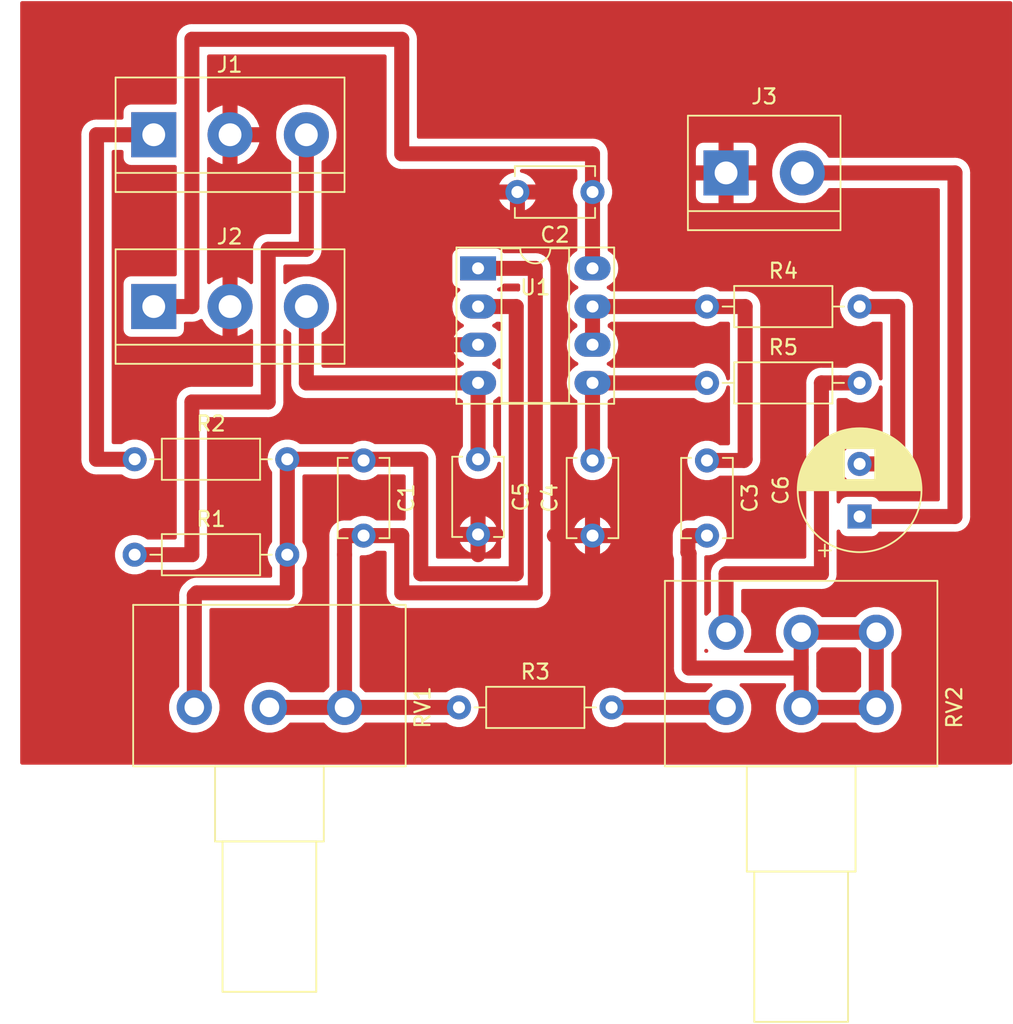
<source format=kicad_pcb>
(kicad_pcb (version 20171130) (host pcbnew 5.1.10-88a1d61d58~88~ubuntu20.04.1)

  (general
    (thickness 1.6)
    (drawings 4)
    (tracks 100)
    (zones 0)
    (modules 17)
    (nets 15)
  )

  (page A4)
  (layers
    (0 F.Cu signal)
    (31 B.Cu signal)
    (32 B.Adhes user)
    (33 F.Adhes user)
    (34 B.Paste user)
    (35 F.Paste user)
    (36 B.SilkS user)
    (37 F.SilkS user)
    (38 B.Mask user)
    (39 F.Mask user)
    (40 Dwgs.User user)
    (41 Cmts.User user)
    (42 Eco1.User user)
    (43 Eco2.User user)
    (44 Edge.Cuts user)
    (45 Margin user)
    (46 B.CrtYd user)
    (47 F.CrtYd user)
    (48 B.Fab user)
    (49 F.Fab user)
  )

  (setup
    (last_trace_width 1)
    (user_trace_width 1)
    (trace_clearance 0.2)
    (zone_clearance 0.508)
    (zone_45_only no)
    (trace_min 0.2)
    (via_size 0.8)
    (via_drill 0.4)
    (via_min_size 0.4)
    (via_min_drill 0.3)
    (user_via 1 0.5)
    (uvia_size 0.3)
    (uvia_drill 0.1)
    (uvias_allowed no)
    (uvia_min_size 0.2)
    (uvia_min_drill 0.1)
    (edge_width 0.05)
    (segment_width 0.2)
    (pcb_text_width 0.3)
    (pcb_text_size 1.5 1.5)
    (mod_edge_width 0.12)
    (mod_text_size 1 1)
    (mod_text_width 0.15)
    (pad_size 1.524 1.524)
    (pad_drill 0.762)
    (pad_to_mask_clearance 0)
    (aux_axis_origin 0 0)
    (visible_elements FFFFFF7F)
    (pcbplotparams
      (layerselection 0x010fc_ffffffff)
      (usegerberextensions false)
      (usegerberattributes true)
      (usegerberadvancedattributes true)
      (creategerberjobfile true)
      (excludeedgelayer true)
      (linewidth 0.100000)
      (plotframeref false)
      (viasonmask false)
      (mode 1)
      (useauxorigin false)
      (hpglpennumber 1)
      (hpglpenspeed 20)
      (hpglpendiameter 15.000000)
      (psnegative false)
      (psa4output false)
      (plotreference true)
      (plotvalue true)
      (plotinvisibletext false)
      (padsonsilk false)
      (subtractmaskfromsilk false)
      (outputformat 1)
      (mirror false)
      (drillshape 1)
      (scaleselection 1)
      (outputdirectory ""))
  )

  (net 0 "")
  (net 1 "Net-(C1-Pad1)")
  (net 2 "Net-(C1-Pad2)")
  (net 3 GND1)
  (net 4 "Net-(C2-Pad1)")
  (net 5 "Net-(C3-Pad1)")
  (net 6 "Net-(C3-Pad2)")
  (net 7 "Net-(C4-Pad2)")
  (net 8 "Net-(C5-Pad1)")
  (net 9 "Net-(C6-Pad1)")
  (net 10 "Net-(C6-Pad2)")
  (net 11 "Net-(J1-Pad1)")
  (net 12 "Net-(J1-Pad3)")
  (net 13 "Net-(R5-Pad2)")
  (net 14 "Net-(R3-Pad2)")

  (net_class Default "This is the default net class."
    (clearance 0.2)
    (trace_width 0.25)
    (via_dia 0.8)
    (via_drill 0.4)
    (uvia_dia 0.3)
    (uvia_drill 0.1)
    (add_net GND1)
    (add_net "Net-(C1-Pad1)")
    (add_net "Net-(C1-Pad2)")
    (add_net "Net-(C2-Pad1)")
    (add_net "Net-(C3-Pad1)")
    (add_net "Net-(C3-Pad2)")
    (add_net "Net-(C4-Pad2)")
    (add_net "Net-(C5-Pad1)")
    (add_net "Net-(C6-Pad1)")
    (add_net "Net-(C6-Pad2)")
    (add_net "Net-(J1-Pad1)")
    (add_net "Net-(J1-Pad3)")
    (add_net "Net-(R3-Pad2)")
    (add_net "Net-(R5-Pad2)")
  )

  (module Capacitor_THT:C_Disc_D5.1mm_W3.2mm_P5.00mm (layer F.Cu) (tedit 5AE50EF0) (tstamp 60C7DC5F)
    (at 124.46 102.95 270)
    (descr "C, Disc series, Radial, pin pitch=5.00mm, , diameter*width=5.1*3.2mm^2, Capacitor, http://www.vishay.com/docs/45233/krseries.pdf")
    (tags "C Disc series Radial pin pitch 5.00mm  diameter 5.1mm width 3.2mm Capacitor")
    (path /60C7EB13)
    (fp_text reference C1 (at 2.5 -2.85 90) (layer F.SilkS)
      (effects (font (size 1 1) (thickness 0.15)))
    )
    (fp_text value "39pf(394)" (at 2.5 2.85 90) (layer F.Fab)
      (effects (font (size 1 1) (thickness 0.15)))
    )
    (fp_line (start 6.05 -1.85) (end -1.05 -1.85) (layer F.CrtYd) (width 0.05))
    (fp_line (start 6.05 1.85) (end 6.05 -1.85) (layer F.CrtYd) (width 0.05))
    (fp_line (start -1.05 1.85) (end 6.05 1.85) (layer F.CrtYd) (width 0.05))
    (fp_line (start -1.05 -1.85) (end -1.05 1.85) (layer F.CrtYd) (width 0.05))
    (fp_line (start 5.17 1.055) (end 5.17 1.721) (layer F.SilkS) (width 0.12))
    (fp_line (start 5.17 -1.721) (end 5.17 -1.055) (layer F.SilkS) (width 0.12))
    (fp_line (start -0.17 1.055) (end -0.17 1.721) (layer F.SilkS) (width 0.12))
    (fp_line (start -0.17 -1.721) (end -0.17 -1.055) (layer F.SilkS) (width 0.12))
    (fp_line (start -0.17 1.721) (end 5.17 1.721) (layer F.SilkS) (width 0.12))
    (fp_line (start -0.17 -1.721) (end 5.17 -1.721) (layer F.SilkS) (width 0.12))
    (fp_line (start 5.05 -1.6) (end -0.05 -1.6) (layer F.Fab) (width 0.1))
    (fp_line (start 5.05 1.6) (end 5.05 -1.6) (layer F.Fab) (width 0.1))
    (fp_line (start -0.05 1.6) (end 5.05 1.6) (layer F.Fab) (width 0.1))
    (fp_line (start -0.05 -1.6) (end -0.05 1.6) (layer F.Fab) (width 0.1))
    (fp_text user %R (at 2.5 0 90) (layer F.Fab)
      (effects (font (size 1 1) (thickness 0.15)))
    )
    (pad 1 thru_hole circle (at 0 0 270) (size 1.6 1.6) (drill 0.8) (layers *.Cu *.Mask)
      (net 1 "Net-(C1-Pad1)"))
    (pad 2 thru_hole circle (at 5 0 270) (size 1.6 1.6) (drill 0.8) (layers *.Cu *.Mask)
      (net 2 "Net-(C1-Pad2)"))
    (model ${KISYS3DMOD}/Capacitor_THT.3dshapes/C_Disc_D5.1mm_W3.2mm_P5.00mm.wrl
      (at (xyz 0 0 0))
      (scale (xyz 1 1 1))
      (rotate (xyz 0 0 0))
    )
  )

  (module Capacitor_THT:C_Disc_D5.1mm_W3.2mm_P5.00mm (layer F.Cu) (tedit 5AE50EF0) (tstamp 60C7C77C)
    (at 139.7 85.09 180)
    (descr "C, Disc series, Radial, pin pitch=5.00mm, , diameter*width=5.1*3.2mm^2, Capacitor, http://www.vishay.com/docs/45233/krseries.pdf")
    (tags "C Disc series Radial pin pitch 5.00mm  diameter 5.1mm width 3.2mm Capacitor")
    (path /60CF574B)
    (fp_text reference C2 (at 2.5 -2.85) (layer F.SilkS)
      (effects (font (size 1 1) (thickness 0.15)))
    )
    (fp_text value 104 (at 7.62 -2.54) (layer F.Fab)
      (effects (font (size 1 1) (thickness 0.15)))
    )
    (fp_text user %R (at 2.5 0) (layer F.Fab)
      (effects (font (size 1 1) (thickness 0.15)))
    )
    (fp_line (start -0.05 -1.6) (end -0.05 1.6) (layer F.Fab) (width 0.1))
    (fp_line (start -0.05 1.6) (end 5.05 1.6) (layer F.Fab) (width 0.1))
    (fp_line (start 5.05 1.6) (end 5.05 -1.6) (layer F.Fab) (width 0.1))
    (fp_line (start 5.05 -1.6) (end -0.05 -1.6) (layer F.Fab) (width 0.1))
    (fp_line (start -0.17 -1.721) (end 5.17 -1.721) (layer F.SilkS) (width 0.12))
    (fp_line (start -0.17 1.721) (end 5.17 1.721) (layer F.SilkS) (width 0.12))
    (fp_line (start -0.17 -1.721) (end -0.17 -1.055) (layer F.SilkS) (width 0.12))
    (fp_line (start -0.17 1.055) (end -0.17 1.721) (layer F.SilkS) (width 0.12))
    (fp_line (start 5.17 -1.721) (end 5.17 -1.055) (layer F.SilkS) (width 0.12))
    (fp_line (start 5.17 1.055) (end 5.17 1.721) (layer F.SilkS) (width 0.12))
    (fp_line (start -1.05 -1.85) (end -1.05 1.85) (layer F.CrtYd) (width 0.05))
    (fp_line (start -1.05 1.85) (end 6.05 1.85) (layer F.CrtYd) (width 0.05))
    (fp_line (start 6.05 1.85) (end 6.05 -1.85) (layer F.CrtYd) (width 0.05))
    (fp_line (start 6.05 -1.85) (end -1.05 -1.85) (layer F.CrtYd) (width 0.05))
    (pad 2 thru_hole circle (at 5 0 180) (size 1.6 1.6) (drill 0.8) (layers *.Cu *.Mask)
      (net 3 GND1))
    (pad 1 thru_hole circle (at 0 0 180) (size 1.6 1.6) (drill 0.8) (layers *.Cu *.Mask)
      (net 4 "Net-(C2-Pad1)"))
    (model ${KISYS3DMOD}/Capacitor_THT.3dshapes/C_Disc_D5.1mm_W3.2mm_P5.00mm.wrl
      (at (xyz 0 0 0))
      (scale (xyz 1 1 1))
      (rotate (xyz 0 0 0))
    )
  )

  (module Capacitor_THT:C_Disc_D5.1mm_W3.2mm_P5.00mm (layer F.Cu) (tedit 5AE50EF0) (tstamp 60C7C791)
    (at 147.32 102.95 270)
    (descr "C, Disc series, Radial, pin pitch=5.00mm, , diameter*width=5.1*3.2mm^2, Capacitor, http://www.vishay.com/docs/45233/krseries.pdf")
    (tags "C Disc series Radial pin pitch 5.00mm  diameter 5.1mm width 3.2mm Capacitor")
    (path /60CDE455)
    (fp_text reference C3 (at 2.5 -2.85 90) (layer F.SilkS)
      (effects (font (size 1 1) (thickness 0.15)))
    )
    (fp_text value ".47uf(474)" (at 2.5 2.85 90) (layer F.Fab)
      (effects (font (size 1 1) (thickness 0.15)))
    )
    (fp_line (start 6.05 -1.85) (end -1.05 -1.85) (layer F.CrtYd) (width 0.05))
    (fp_line (start 6.05 1.85) (end 6.05 -1.85) (layer F.CrtYd) (width 0.05))
    (fp_line (start -1.05 1.85) (end 6.05 1.85) (layer F.CrtYd) (width 0.05))
    (fp_line (start -1.05 -1.85) (end -1.05 1.85) (layer F.CrtYd) (width 0.05))
    (fp_line (start 5.17 1.055) (end 5.17 1.721) (layer F.SilkS) (width 0.12))
    (fp_line (start 5.17 -1.721) (end 5.17 -1.055) (layer F.SilkS) (width 0.12))
    (fp_line (start -0.17 1.055) (end -0.17 1.721) (layer F.SilkS) (width 0.12))
    (fp_line (start -0.17 -1.721) (end -0.17 -1.055) (layer F.SilkS) (width 0.12))
    (fp_line (start -0.17 1.721) (end 5.17 1.721) (layer F.SilkS) (width 0.12))
    (fp_line (start -0.17 -1.721) (end 5.17 -1.721) (layer F.SilkS) (width 0.12))
    (fp_line (start 5.05 -1.6) (end -0.05 -1.6) (layer F.Fab) (width 0.1))
    (fp_line (start 5.05 1.6) (end 5.05 -1.6) (layer F.Fab) (width 0.1))
    (fp_line (start -0.05 1.6) (end 5.05 1.6) (layer F.Fab) (width 0.1))
    (fp_line (start -0.05 -1.6) (end -0.05 1.6) (layer F.Fab) (width 0.1))
    (fp_text user %R (at 2.5 0 90) (layer F.Fab)
      (effects (font (size 1 1) (thickness 0.15)))
    )
    (pad 1 thru_hole circle (at 0 0 270) (size 1.6 1.6) (drill 0.8) (layers *.Cu *.Mask)
      (net 5 "Net-(C3-Pad1)"))
    (pad 2 thru_hole circle (at 5 0 270) (size 1.6 1.6) (drill 0.8) (layers *.Cu *.Mask)
      (net 6 "Net-(C3-Pad2)"))
    (model ${KISYS3DMOD}/Capacitor_THT.3dshapes/C_Disc_D5.1mm_W3.2mm_P5.00mm.wrl
      (at (xyz 0 0 0))
      (scale (xyz 1 1 1))
      (rotate (xyz 0 0 0))
    )
  )

  (module Capacitor_THT:C_Disc_D5.1mm_W3.2mm_P5.00mm (layer F.Cu) (tedit 5AE50EF0) (tstamp 60C7C7A6)
    (at 139.7 107.95 90)
    (descr "C, Disc series, Radial, pin pitch=5.00mm, , diameter*width=5.1*3.2mm^2, Capacitor, http://www.vishay.com/docs/45233/krseries.pdf")
    (tags "C Disc series Radial pin pitch 5.00mm  diameter 5.1mm width 3.2mm Capacitor")
    (path /60CDD306)
    (fp_text reference C4 (at 2.5 -2.85 90) (layer F.SilkS)
      (effects (font (size 1 1) (thickness 0.15)))
    )
    (fp_text value "0.22uf(224)" (at 2.5 2.85 90) (layer F.Fab)
      (effects (font (size 1 1) (thickness 0.15)))
    )
    (fp_text user %R (at 2.5 0 90) (layer F.Fab)
      (effects (font (size 1 1) (thickness 0.15)))
    )
    (fp_line (start -0.05 -1.6) (end -0.05 1.6) (layer F.Fab) (width 0.1))
    (fp_line (start -0.05 1.6) (end 5.05 1.6) (layer F.Fab) (width 0.1))
    (fp_line (start 5.05 1.6) (end 5.05 -1.6) (layer F.Fab) (width 0.1))
    (fp_line (start 5.05 -1.6) (end -0.05 -1.6) (layer F.Fab) (width 0.1))
    (fp_line (start -0.17 -1.721) (end 5.17 -1.721) (layer F.SilkS) (width 0.12))
    (fp_line (start -0.17 1.721) (end 5.17 1.721) (layer F.SilkS) (width 0.12))
    (fp_line (start -0.17 -1.721) (end -0.17 -1.055) (layer F.SilkS) (width 0.12))
    (fp_line (start -0.17 1.055) (end -0.17 1.721) (layer F.SilkS) (width 0.12))
    (fp_line (start 5.17 -1.721) (end 5.17 -1.055) (layer F.SilkS) (width 0.12))
    (fp_line (start 5.17 1.055) (end 5.17 1.721) (layer F.SilkS) (width 0.12))
    (fp_line (start -1.05 -1.85) (end -1.05 1.85) (layer F.CrtYd) (width 0.05))
    (fp_line (start -1.05 1.85) (end 6.05 1.85) (layer F.CrtYd) (width 0.05))
    (fp_line (start 6.05 1.85) (end 6.05 -1.85) (layer F.CrtYd) (width 0.05))
    (fp_line (start 6.05 -1.85) (end -1.05 -1.85) (layer F.CrtYd) (width 0.05))
    (pad 2 thru_hole circle (at 5 0 90) (size 1.6 1.6) (drill 0.8) (layers *.Cu *.Mask)
      (net 7 "Net-(C4-Pad2)"))
    (pad 1 thru_hole circle (at 0 0 90) (size 1.6 1.6) (drill 0.8) (layers *.Cu *.Mask)
      (net 3 GND1))
    (model ${KISYS3DMOD}/Capacitor_THT.3dshapes/C_Disc_D5.1mm_W3.2mm_P5.00mm.wrl
      (at (xyz 0 0 0))
      (scale (xyz 1 1 1))
      (rotate (xyz 0 0 0))
    )
  )

  (module Capacitor_THT:C_Disc_D5.1mm_W3.2mm_P5.00mm (layer F.Cu) (tedit 5AE50EF0) (tstamp 60C7C7BB)
    (at 132.08 102.87 270)
    (descr "C, Disc series, Radial, pin pitch=5.00mm, , diameter*width=5.1*3.2mm^2, Capacitor, http://www.vishay.com/docs/45233/krseries.pdf")
    (tags "C Disc series Radial pin pitch 5.00mm  diameter 5.1mm width 3.2mm Capacitor")
    (path /60CFF0FF)
    (fp_text reference C5 (at 2.5 -2.85 90) (layer F.SilkS)
      (effects (font (size 1 1) (thickness 0.15)))
    )
    (fp_text value 104 (at 2.5 2.85 90) (layer F.Fab)
      (effects (font (size 1 1) (thickness 0.15)))
    )
    (fp_line (start 6.05 -1.85) (end -1.05 -1.85) (layer F.CrtYd) (width 0.05))
    (fp_line (start 6.05 1.85) (end 6.05 -1.85) (layer F.CrtYd) (width 0.05))
    (fp_line (start -1.05 1.85) (end 6.05 1.85) (layer F.CrtYd) (width 0.05))
    (fp_line (start -1.05 -1.85) (end -1.05 1.85) (layer F.CrtYd) (width 0.05))
    (fp_line (start 5.17 1.055) (end 5.17 1.721) (layer F.SilkS) (width 0.12))
    (fp_line (start 5.17 -1.721) (end 5.17 -1.055) (layer F.SilkS) (width 0.12))
    (fp_line (start -0.17 1.055) (end -0.17 1.721) (layer F.SilkS) (width 0.12))
    (fp_line (start -0.17 -1.721) (end -0.17 -1.055) (layer F.SilkS) (width 0.12))
    (fp_line (start -0.17 1.721) (end 5.17 1.721) (layer F.SilkS) (width 0.12))
    (fp_line (start -0.17 -1.721) (end 5.17 -1.721) (layer F.SilkS) (width 0.12))
    (fp_line (start 5.05 -1.6) (end -0.05 -1.6) (layer F.Fab) (width 0.1))
    (fp_line (start 5.05 1.6) (end 5.05 -1.6) (layer F.Fab) (width 0.1))
    (fp_line (start -0.05 1.6) (end 5.05 1.6) (layer F.Fab) (width 0.1))
    (fp_line (start -0.05 -1.6) (end -0.05 1.6) (layer F.Fab) (width 0.1))
    (fp_text user %R (at 2.5 0 90) (layer F.Fab)
      (effects (font (size 1 1) (thickness 0.15)))
    )
    (pad 1 thru_hole circle (at 0 0 270) (size 1.6 1.6) (drill 0.8) (layers *.Cu *.Mask)
      (net 8 "Net-(C5-Pad1)"))
    (pad 2 thru_hole circle (at 5 0 270) (size 1.6 1.6) (drill 0.8) (layers *.Cu *.Mask)
      (net 3 GND1))
    (model ${KISYS3DMOD}/Capacitor_THT.3dshapes/C_Disc_D5.1mm_W3.2mm_P5.00mm.wrl
      (at (xyz 0 0 0))
      (scale (xyz 1 1 1))
      (rotate (xyz 0 0 0))
    )
  )

  (module Capacitor_THT:CP_Radial_D8.0mm_P3.50mm (layer F.Cu) (tedit 5AE50EF0) (tstamp 60C7C864)
    (at 157.48 106.68 90)
    (descr "CP, Radial series, Radial, pin pitch=3.50mm, , diameter=8mm, Electrolytic Capacitor")
    (tags "CP Radial series Radial pin pitch 3.50mm  diameter 8mm Electrolytic Capacitor")
    (path /60CEBD72)
    (fp_text reference C6 (at 1.75 -5.25 90) (layer F.SilkS)
      (effects (font (size 1 1) (thickness 0.15)))
    )
    (fp_text value 220uf (at 1.75 5.25 90) (layer F.Fab)
      (effects (font (size 1 1) (thickness 0.15)))
    )
    (fp_line (start -2.259698 -2.715) (end -2.259698 -1.915) (layer F.SilkS) (width 0.12))
    (fp_line (start -2.659698 -2.315) (end -1.859698 -2.315) (layer F.SilkS) (width 0.12))
    (fp_line (start 5.831 -0.533) (end 5.831 0.533) (layer F.SilkS) (width 0.12))
    (fp_line (start 5.791 -0.768) (end 5.791 0.768) (layer F.SilkS) (width 0.12))
    (fp_line (start 5.751 -0.948) (end 5.751 0.948) (layer F.SilkS) (width 0.12))
    (fp_line (start 5.711 -1.098) (end 5.711 1.098) (layer F.SilkS) (width 0.12))
    (fp_line (start 5.671 -1.229) (end 5.671 1.229) (layer F.SilkS) (width 0.12))
    (fp_line (start 5.631 -1.346) (end 5.631 1.346) (layer F.SilkS) (width 0.12))
    (fp_line (start 5.591 -1.453) (end 5.591 1.453) (layer F.SilkS) (width 0.12))
    (fp_line (start 5.551 -1.552) (end 5.551 1.552) (layer F.SilkS) (width 0.12))
    (fp_line (start 5.511 -1.645) (end 5.511 1.645) (layer F.SilkS) (width 0.12))
    (fp_line (start 5.471 -1.731) (end 5.471 1.731) (layer F.SilkS) (width 0.12))
    (fp_line (start 5.431 -1.813) (end 5.431 1.813) (layer F.SilkS) (width 0.12))
    (fp_line (start 5.391 -1.89) (end 5.391 1.89) (layer F.SilkS) (width 0.12))
    (fp_line (start 5.351 -1.964) (end 5.351 1.964) (layer F.SilkS) (width 0.12))
    (fp_line (start 5.311 -2.034) (end 5.311 2.034) (layer F.SilkS) (width 0.12))
    (fp_line (start 5.271 -2.102) (end 5.271 2.102) (layer F.SilkS) (width 0.12))
    (fp_line (start 5.231 -2.166) (end 5.231 2.166) (layer F.SilkS) (width 0.12))
    (fp_line (start 5.191 -2.228) (end 5.191 2.228) (layer F.SilkS) (width 0.12))
    (fp_line (start 5.151 -2.287) (end 5.151 2.287) (layer F.SilkS) (width 0.12))
    (fp_line (start 5.111 -2.345) (end 5.111 2.345) (layer F.SilkS) (width 0.12))
    (fp_line (start 5.071 -2.4) (end 5.071 2.4) (layer F.SilkS) (width 0.12))
    (fp_line (start 5.031 -2.454) (end 5.031 2.454) (layer F.SilkS) (width 0.12))
    (fp_line (start 4.991 -2.505) (end 4.991 2.505) (layer F.SilkS) (width 0.12))
    (fp_line (start 4.951 -2.556) (end 4.951 2.556) (layer F.SilkS) (width 0.12))
    (fp_line (start 4.911 -2.604) (end 4.911 2.604) (layer F.SilkS) (width 0.12))
    (fp_line (start 4.871 -2.651) (end 4.871 2.651) (layer F.SilkS) (width 0.12))
    (fp_line (start 4.831 -2.697) (end 4.831 2.697) (layer F.SilkS) (width 0.12))
    (fp_line (start 4.791 -2.741) (end 4.791 2.741) (layer F.SilkS) (width 0.12))
    (fp_line (start 4.751 -2.784) (end 4.751 2.784) (layer F.SilkS) (width 0.12))
    (fp_line (start 4.711 -2.826) (end 4.711 2.826) (layer F.SilkS) (width 0.12))
    (fp_line (start 4.671 -2.867) (end 4.671 2.867) (layer F.SilkS) (width 0.12))
    (fp_line (start 4.631 -2.907) (end 4.631 2.907) (layer F.SilkS) (width 0.12))
    (fp_line (start 4.591 -2.945) (end 4.591 2.945) (layer F.SilkS) (width 0.12))
    (fp_line (start 4.551 -2.983) (end 4.551 2.983) (layer F.SilkS) (width 0.12))
    (fp_line (start 4.511 1.04) (end 4.511 3.019) (layer F.SilkS) (width 0.12))
    (fp_line (start 4.511 -3.019) (end 4.511 -1.04) (layer F.SilkS) (width 0.12))
    (fp_line (start 4.471 1.04) (end 4.471 3.055) (layer F.SilkS) (width 0.12))
    (fp_line (start 4.471 -3.055) (end 4.471 -1.04) (layer F.SilkS) (width 0.12))
    (fp_line (start 4.431 1.04) (end 4.431 3.09) (layer F.SilkS) (width 0.12))
    (fp_line (start 4.431 -3.09) (end 4.431 -1.04) (layer F.SilkS) (width 0.12))
    (fp_line (start 4.391 1.04) (end 4.391 3.124) (layer F.SilkS) (width 0.12))
    (fp_line (start 4.391 -3.124) (end 4.391 -1.04) (layer F.SilkS) (width 0.12))
    (fp_line (start 4.351 1.04) (end 4.351 3.156) (layer F.SilkS) (width 0.12))
    (fp_line (start 4.351 -3.156) (end 4.351 -1.04) (layer F.SilkS) (width 0.12))
    (fp_line (start 4.311 1.04) (end 4.311 3.189) (layer F.SilkS) (width 0.12))
    (fp_line (start 4.311 -3.189) (end 4.311 -1.04) (layer F.SilkS) (width 0.12))
    (fp_line (start 4.271 1.04) (end 4.271 3.22) (layer F.SilkS) (width 0.12))
    (fp_line (start 4.271 -3.22) (end 4.271 -1.04) (layer F.SilkS) (width 0.12))
    (fp_line (start 4.231 1.04) (end 4.231 3.25) (layer F.SilkS) (width 0.12))
    (fp_line (start 4.231 -3.25) (end 4.231 -1.04) (layer F.SilkS) (width 0.12))
    (fp_line (start 4.191 1.04) (end 4.191 3.28) (layer F.SilkS) (width 0.12))
    (fp_line (start 4.191 -3.28) (end 4.191 -1.04) (layer F.SilkS) (width 0.12))
    (fp_line (start 4.151 1.04) (end 4.151 3.309) (layer F.SilkS) (width 0.12))
    (fp_line (start 4.151 -3.309) (end 4.151 -1.04) (layer F.SilkS) (width 0.12))
    (fp_line (start 4.111 1.04) (end 4.111 3.338) (layer F.SilkS) (width 0.12))
    (fp_line (start 4.111 -3.338) (end 4.111 -1.04) (layer F.SilkS) (width 0.12))
    (fp_line (start 4.071 1.04) (end 4.071 3.365) (layer F.SilkS) (width 0.12))
    (fp_line (start 4.071 -3.365) (end 4.071 -1.04) (layer F.SilkS) (width 0.12))
    (fp_line (start 4.031 1.04) (end 4.031 3.392) (layer F.SilkS) (width 0.12))
    (fp_line (start 4.031 -3.392) (end 4.031 -1.04) (layer F.SilkS) (width 0.12))
    (fp_line (start 3.991 1.04) (end 3.991 3.418) (layer F.SilkS) (width 0.12))
    (fp_line (start 3.991 -3.418) (end 3.991 -1.04) (layer F.SilkS) (width 0.12))
    (fp_line (start 3.951 1.04) (end 3.951 3.444) (layer F.SilkS) (width 0.12))
    (fp_line (start 3.951 -3.444) (end 3.951 -1.04) (layer F.SilkS) (width 0.12))
    (fp_line (start 3.911 1.04) (end 3.911 3.469) (layer F.SilkS) (width 0.12))
    (fp_line (start 3.911 -3.469) (end 3.911 -1.04) (layer F.SilkS) (width 0.12))
    (fp_line (start 3.871 1.04) (end 3.871 3.493) (layer F.SilkS) (width 0.12))
    (fp_line (start 3.871 -3.493) (end 3.871 -1.04) (layer F.SilkS) (width 0.12))
    (fp_line (start 3.831 1.04) (end 3.831 3.517) (layer F.SilkS) (width 0.12))
    (fp_line (start 3.831 -3.517) (end 3.831 -1.04) (layer F.SilkS) (width 0.12))
    (fp_line (start 3.791 1.04) (end 3.791 3.54) (layer F.SilkS) (width 0.12))
    (fp_line (start 3.791 -3.54) (end 3.791 -1.04) (layer F.SilkS) (width 0.12))
    (fp_line (start 3.751 1.04) (end 3.751 3.562) (layer F.SilkS) (width 0.12))
    (fp_line (start 3.751 -3.562) (end 3.751 -1.04) (layer F.SilkS) (width 0.12))
    (fp_line (start 3.711 1.04) (end 3.711 3.584) (layer F.SilkS) (width 0.12))
    (fp_line (start 3.711 -3.584) (end 3.711 -1.04) (layer F.SilkS) (width 0.12))
    (fp_line (start 3.671 1.04) (end 3.671 3.606) (layer F.SilkS) (width 0.12))
    (fp_line (start 3.671 -3.606) (end 3.671 -1.04) (layer F.SilkS) (width 0.12))
    (fp_line (start 3.631 1.04) (end 3.631 3.627) (layer F.SilkS) (width 0.12))
    (fp_line (start 3.631 -3.627) (end 3.631 -1.04) (layer F.SilkS) (width 0.12))
    (fp_line (start 3.591 1.04) (end 3.591 3.647) (layer F.SilkS) (width 0.12))
    (fp_line (start 3.591 -3.647) (end 3.591 -1.04) (layer F.SilkS) (width 0.12))
    (fp_line (start 3.551 1.04) (end 3.551 3.666) (layer F.SilkS) (width 0.12))
    (fp_line (start 3.551 -3.666) (end 3.551 -1.04) (layer F.SilkS) (width 0.12))
    (fp_line (start 3.511 1.04) (end 3.511 3.686) (layer F.SilkS) (width 0.12))
    (fp_line (start 3.511 -3.686) (end 3.511 -1.04) (layer F.SilkS) (width 0.12))
    (fp_line (start 3.471 1.04) (end 3.471 3.704) (layer F.SilkS) (width 0.12))
    (fp_line (start 3.471 -3.704) (end 3.471 -1.04) (layer F.SilkS) (width 0.12))
    (fp_line (start 3.431 1.04) (end 3.431 3.722) (layer F.SilkS) (width 0.12))
    (fp_line (start 3.431 -3.722) (end 3.431 -1.04) (layer F.SilkS) (width 0.12))
    (fp_line (start 3.391 1.04) (end 3.391 3.74) (layer F.SilkS) (width 0.12))
    (fp_line (start 3.391 -3.74) (end 3.391 -1.04) (layer F.SilkS) (width 0.12))
    (fp_line (start 3.351 1.04) (end 3.351 3.757) (layer F.SilkS) (width 0.12))
    (fp_line (start 3.351 -3.757) (end 3.351 -1.04) (layer F.SilkS) (width 0.12))
    (fp_line (start 3.311 1.04) (end 3.311 3.774) (layer F.SilkS) (width 0.12))
    (fp_line (start 3.311 -3.774) (end 3.311 -1.04) (layer F.SilkS) (width 0.12))
    (fp_line (start 3.271 1.04) (end 3.271 3.79) (layer F.SilkS) (width 0.12))
    (fp_line (start 3.271 -3.79) (end 3.271 -1.04) (layer F.SilkS) (width 0.12))
    (fp_line (start 3.231 1.04) (end 3.231 3.805) (layer F.SilkS) (width 0.12))
    (fp_line (start 3.231 -3.805) (end 3.231 -1.04) (layer F.SilkS) (width 0.12))
    (fp_line (start 3.191 1.04) (end 3.191 3.821) (layer F.SilkS) (width 0.12))
    (fp_line (start 3.191 -3.821) (end 3.191 -1.04) (layer F.SilkS) (width 0.12))
    (fp_line (start 3.151 1.04) (end 3.151 3.835) (layer F.SilkS) (width 0.12))
    (fp_line (start 3.151 -3.835) (end 3.151 -1.04) (layer F.SilkS) (width 0.12))
    (fp_line (start 3.111 1.04) (end 3.111 3.85) (layer F.SilkS) (width 0.12))
    (fp_line (start 3.111 -3.85) (end 3.111 -1.04) (layer F.SilkS) (width 0.12))
    (fp_line (start 3.071 1.04) (end 3.071 3.863) (layer F.SilkS) (width 0.12))
    (fp_line (start 3.071 -3.863) (end 3.071 -1.04) (layer F.SilkS) (width 0.12))
    (fp_line (start 3.031 1.04) (end 3.031 3.877) (layer F.SilkS) (width 0.12))
    (fp_line (start 3.031 -3.877) (end 3.031 -1.04) (layer F.SilkS) (width 0.12))
    (fp_line (start 2.991 1.04) (end 2.991 3.889) (layer F.SilkS) (width 0.12))
    (fp_line (start 2.991 -3.889) (end 2.991 -1.04) (layer F.SilkS) (width 0.12))
    (fp_line (start 2.951 1.04) (end 2.951 3.902) (layer F.SilkS) (width 0.12))
    (fp_line (start 2.951 -3.902) (end 2.951 -1.04) (layer F.SilkS) (width 0.12))
    (fp_line (start 2.911 1.04) (end 2.911 3.914) (layer F.SilkS) (width 0.12))
    (fp_line (start 2.911 -3.914) (end 2.911 -1.04) (layer F.SilkS) (width 0.12))
    (fp_line (start 2.871 1.04) (end 2.871 3.925) (layer F.SilkS) (width 0.12))
    (fp_line (start 2.871 -3.925) (end 2.871 -1.04) (layer F.SilkS) (width 0.12))
    (fp_line (start 2.831 1.04) (end 2.831 3.936) (layer F.SilkS) (width 0.12))
    (fp_line (start 2.831 -3.936) (end 2.831 -1.04) (layer F.SilkS) (width 0.12))
    (fp_line (start 2.791 1.04) (end 2.791 3.947) (layer F.SilkS) (width 0.12))
    (fp_line (start 2.791 -3.947) (end 2.791 -1.04) (layer F.SilkS) (width 0.12))
    (fp_line (start 2.751 1.04) (end 2.751 3.957) (layer F.SilkS) (width 0.12))
    (fp_line (start 2.751 -3.957) (end 2.751 -1.04) (layer F.SilkS) (width 0.12))
    (fp_line (start 2.711 1.04) (end 2.711 3.967) (layer F.SilkS) (width 0.12))
    (fp_line (start 2.711 -3.967) (end 2.711 -1.04) (layer F.SilkS) (width 0.12))
    (fp_line (start 2.671 1.04) (end 2.671 3.976) (layer F.SilkS) (width 0.12))
    (fp_line (start 2.671 -3.976) (end 2.671 -1.04) (layer F.SilkS) (width 0.12))
    (fp_line (start 2.631 1.04) (end 2.631 3.985) (layer F.SilkS) (width 0.12))
    (fp_line (start 2.631 -3.985) (end 2.631 -1.04) (layer F.SilkS) (width 0.12))
    (fp_line (start 2.591 1.04) (end 2.591 3.994) (layer F.SilkS) (width 0.12))
    (fp_line (start 2.591 -3.994) (end 2.591 -1.04) (layer F.SilkS) (width 0.12))
    (fp_line (start 2.551 1.04) (end 2.551 4.002) (layer F.SilkS) (width 0.12))
    (fp_line (start 2.551 -4.002) (end 2.551 -1.04) (layer F.SilkS) (width 0.12))
    (fp_line (start 2.511 1.04) (end 2.511 4.01) (layer F.SilkS) (width 0.12))
    (fp_line (start 2.511 -4.01) (end 2.511 -1.04) (layer F.SilkS) (width 0.12))
    (fp_line (start 2.471 1.04) (end 2.471 4.017) (layer F.SilkS) (width 0.12))
    (fp_line (start 2.471 -4.017) (end 2.471 -1.04) (layer F.SilkS) (width 0.12))
    (fp_line (start 2.43 -4.024) (end 2.43 4.024) (layer F.SilkS) (width 0.12))
    (fp_line (start 2.39 -4.03) (end 2.39 4.03) (layer F.SilkS) (width 0.12))
    (fp_line (start 2.35 -4.037) (end 2.35 4.037) (layer F.SilkS) (width 0.12))
    (fp_line (start 2.31 -4.042) (end 2.31 4.042) (layer F.SilkS) (width 0.12))
    (fp_line (start 2.27 -4.048) (end 2.27 4.048) (layer F.SilkS) (width 0.12))
    (fp_line (start 2.23 -4.052) (end 2.23 4.052) (layer F.SilkS) (width 0.12))
    (fp_line (start 2.19 -4.057) (end 2.19 4.057) (layer F.SilkS) (width 0.12))
    (fp_line (start 2.15 -4.061) (end 2.15 4.061) (layer F.SilkS) (width 0.12))
    (fp_line (start 2.11 -4.065) (end 2.11 4.065) (layer F.SilkS) (width 0.12))
    (fp_line (start 2.07 -4.068) (end 2.07 4.068) (layer F.SilkS) (width 0.12))
    (fp_line (start 2.03 -4.071) (end 2.03 4.071) (layer F.SilkS) (width 0.12))
    (fp_line (start 1.99 -4.074) (end 1.99 4.074) (layer F.SilkS) (width 0.12))
    (fp_line (start 1.95 -4.076) (end 1.95 4.076) (layer F.SilkS) (width 0.12))
    (fp_line (start 1.91 -4.077) (end 1.91 4.077) (layer F.SilkS) (width 0.12))
    (fp_line (start 1.87 -4.079) (end 1.87 4.079) (layer F.SilkS) (width 0.12))
    (fp_line (start 1.83 -4.08) (end 1.83 4.08) (layer F.SilkS) (width 0.12))
    (fp_line (start 1.79 -4.08) (end 1.79 4.08) (layer F.SilkS) (width 0.12))
    (fp_line (start 1.75 -4.08) (end 1.75 4.08) (layer F.SilkS) (width 0.12))
    (fp_line (start -1.276759 -2.1475) (end -1.276759 -1.3475) (layer F.Fab) (width 0.1))
    (fp_line (start -1.676759 -1.7475) (end -0.876759 -1.7475) (layer F.Fab) (width 0.1))
    (fp_circle (center 1.75 0) (end 6 0) (layer F.CrtYd) (width 0.05))
    (fp_circle (center 1.75 0) (end 5.87 0) (layer F.SilkS) (width 0.12))
    (fp_circle (center 1.75 0) (end 5.75 0) (layer F.Fab) (width 0.1))
    (fp_text user %R (at 1.75 0 90) (layer F.Fab)
      (effects (font (size 1 1) (thickness 0.15)))
    )
    (pad 1 thru_hole rect (at 0 0 90) (size 1.6 1.6) (drill 0.8) (layers *.Cu *.Mask)
      (net 9 "Net-(C6-Pad1)"))
    (pad 2 thru_hole circle (at 3.5 0 90) (size 1.6 1.6) (drill 0.8) (layers *.Cu *.Mask)
      (net 10 "Net-(C6-Pad2)"))
    (model ${KISYS3DMOD}/Capacitor_THT.3dshapes/CP_Radial_D8.0mm_P3.50mm.wrl
      (at (xyz 0 0 0))
      (scale (xyz 1 1 1))
      (rotate (xyz 0 0 0))
    )
  )

  (module Resistor_THT:R_Axial_DIN0207_L6.3mm_D2.5mm_P10.16mm_Horizontal (layer F.Cu) (tedit 5AE5139B) (tstamp 60C7CA04)
    (at 109.22 109.22)
    (descr "Resistor, Axial_DIN0207 series, Axial, Horizontal, pin pitch=10.16mm, 0.25W = 1/4W, length*diameter=6.3*2.5mm^2, http://cdn-reichelt.de/documents/datenblatt/B400/1_4W%23YAG.pdf")
    (tags "Resistor Axial_DIN0207 series Axial Horizontal pin pitch 10.16mm 0.25W = 1/4W length 6.3mm diameter 2.5mm")
    (path /60C7C379)
    (fp_text reference R1 (at 5.08 -2.37) (layer F.SilkS)
      (effects (font (size 1 1) (thickness 0.15)))
    )
    (fp_text value 33k (at 5.08 2.37) (layer F.Fab)
      (effects (font (size 1 1) (thickness 0.15)))
    )
    (fp_text user %R (at 5.08 0) (layer F.Fab)
      (effects (font (size 1 1) (thickness 0.15)))
    )
    (fp_line (start 1.93 -1.25) (end 1.93 1.25) (layer F.Fab) (width 0.1))
    (fp_line (start 1.93 1.25) (end 8.23 1.25) (layer F.Fab) (width 0.1))
    (fp_line (start 8.23 1.25) (end 8.23 -1.25) (layer F.Fab) (width 0.1))
    (fp_line (start 8.23 -1.25) (end 1.93 -1.25) (layer F.Fab) (width 0.1))
    (fp_line (start 0 0) (end 1.93 0) (layer F.Fab) (width 0.1))
    (fp_line (start 10.16 0) (end 8.23 0) (layer F.Fab) (width 0.1))
    (fp_line (start 1.81 -1.37) (end 1.81 1.37) (layer F.SilkS) (width 0.12))
    (fp_line (start 1.81 1.37) (end 8.35 1.37) (layer F.SilkS) (width 0.12))
    (fp_line (start 8.35 1.37) (end 8.35 -1.37) (layer F.SilkS) (width 0.12))
    (fp_line (start 8.35 -1.37) (end 1.81 -1.37) (layer F.SilkS) (width 0.12))
    (fp_line (start 1.04 0) (end 1.81 0) (layer F.SilkS) (width 0.12))
    (fp_line (start 9.12 0) (end 8.35 0) (layer F.SilkS) (width 0.12))
    (fp_line (start -1.05 -1.5) (end -1.05 1.5) (layer F.CrtYd) (width 0.05))
    (fp_line (start -1.05 1.5) (end 11.21 1.5) (layer F.CrtYd) (width 0.05))
    (fp_line (start 11.21 1.5) (end 11.21 -1.5) (layer F.CrtYd) (width 0.05))
    (fp_line (start 11.21 -1.5) (end -1.05 -1.5) (layer F.CrtYd) (width 0.05))
    (pad 2 thru_hole oval (at 10.16 0) (size 1.6 1.6) (drill 0.8) (layers *.Cu *.Mask)
      (net 1 "Net-(C1-Pad1)"))
    (pad 1 thru_hole circle (at 0 0) (size 1.6 1.6) (drill 0.8) (layers *.Cu *.Mask)
      (net 12 "Net-(J1-Pad3)"))
    (model ${KISYS3DMOD}/Resistor_THT.3dshapes/R_Axial_DIN0207_L6.3mm_D2.5mm_P10.16mm_Horizontal.wrl
      (at (xyz 0 0 0))
      (scale (xyz 1 1 1))
      (rotate (xyz 0 0 0))
    )
  )

  (module Resistor_THT:R_Axial_DIN0207_L6.3mm_D2.5mm_P10.16mm_Horizontal (layer F.Cu) (tedit 5AE5139B) (tstamp 60C7DE3D)
    (at 109.22 102.87)
    (descr "Resistor, Axial_DIN0207 series, Axial, Horizontal, pin pitch=10.16mm, 0.25W = 1/4W, length*diameter=6.3*2.5mm^2, http://cdn-reichelt.de/documents/datenblatt/B400/1_4W%23YAG.pdf")
    (tags "Resistor Axial_DIN0207 series Axial Horizontal pin pitch 10.16mm 0.25W = 1/4W length 6.3mm diameter 2.5mm")
    (path /60C7ABB9)
    (fp_text reference R2 (at 5.08 -2.37) (layer F.SilkS)
      (effects (font (size 1 1) (thickness 0.15)))
    )
    (fp_text value 33k (at 5.08 2.37) (layer F.Fab)
      (effects (font (size 1 1) (thickness 0.15)))
    )
    (fp_line (start 11.21 -1.5) (end -1.05 -1.5) (layer F.CrtYd) (width 0.05))
    (fp_line (start 11.21 1.5) (end 11.21 -1.5) (layer F.CrtYd) (width 0.05))
    (fp_line (start -1.05 1.5) (end 11.21 1.5) (layer F.CrtYd) (width 0.05))
    (fp_line (start -1.05 -1.5) (end -1.05 1.5) (layer F.CrtYd) (width 0.05))
    (fp_line (start 9.12 0) (end 8.35 0) (layer F.SilkS) (width 0.12))
    (fp_line (start 1.04 0) (end 1.81 0) (layer F.SilkS) (width 0.12))
    (fp_line (start 8.35 -1.37) (end 1.81 -1.37) (layer F.SilkS) (width 0.12))
    (fp_line (start 8.35 1.37) (end 8.35 -1.37) (layer F.SilkS) (width 0.12))
    (fp_line (start 1.81 1.37) (end 8.35 1.37) (layer F.SilkS) (width 0.12))
    (fp_line (start 1.81 -1.37) (end 1.81 1.37) (layer F.SilkS) (width 0.12))
    (fp_line (start 10.16 0) (end 8.23 0) (layer F.Fab) (width 0.1))
    (fp_line (start 0 0) (end 1.93 0) (layer F.Fab) (width 0.1))
    (fp_line (start 8.23 -1.25) (end 1.93 -1.25) (layer F.Fab) (width 0.1))
    (fp_line (start 8.23 1.25) (end 8.23 -1.25) (layer F.Fab) (width 0.1))
    (fp_line (start 1.93 1.25) (end 8.23 1.25) (layer F.Fab) (width 0.1))
    (fp_line (start 1.93 -1.25) (end 1.93 1.25) (layer F.Fab) (width 0.1))
    (fp_text user %R (at 5.08 0) (layer F.Fab)
      (effects (font (size 1 1) (thickness 0.15)))
    )
    (pad 1 thru_hole circle (at 0 0) (size 1.6 1.6) (drill 0.8) (layers *.Cu *.Mask)
      (net 11 "Net-(J1-Pad1)"))
    (pad 2 thru_hole oval (at 10.16 0) (size 1.6 1.6) (drill 0.8) (layers *.Cu *.Mask)
      (net 1 "Net-(C1-Pad1)"))
    (model ${KISYS3DMOD}/Resistor_THT.3dshapes/R_Axial_DIN0207_L6.3mm_D2.5mm_P10.16mm_Horizontal.wrl
      (at (xyz 0 0 0))
      (scale (xyz 1 1 1))
      (rotate (xyz 0 0 0))
    )
  )

  (module Resistor_THT:R_Axial_DIN0207_L6.3mm_D2.5mm_P10.16mm_Horizontal (layer F.Cu) (tedit 5AE5139B) (tstamp 60C7CA32)
    (at 130.81 119.38)
    (descr "Resistor, Axial_DIN0207 series, Axial, Horizontal, pin pitch=10.16mm, 0.25W = 1/4W, length*diameter=6.3*2.5mm^2, http://cdn-reichelt.de/documents/datenblatt/B400/1_4W%23YAG.pdf")
    (tags "Resistor Axial_DIN0207 series Axial Horizontal pin pitch 10.16mm 0.25W = 1/4W length 6.3mm diameter 2.5mm")
    (path /60CC7BE1)
    (fp_text reference R3 (at 5.08 -2.37) (layer F.SilkS)
      (effects (font (size 1 1) (thickness 0.15)))
    )
    (fp_text value 4k7 (at 5.08 2.37) (layer F.Fab)
      (effects (font (size 1 1) (thickness 0.15)))
    )
    (fp_line (start 11.21 -1.5) (end -1.05 -1.5) (layer F.CrtYd) (width 0.05))
    (fp_line (start 11.21 1.5) (end 11.21 -1.5) (layer F.CrtYd) (width 0.05))
    (fp_line (start -1.05 1.5) (end 11.21 1.5) (layer F.CrtYd) (width 0.05))
    (fp_line (start -1.05 -1.5) (end -1.05 1.5) (layer F.CrtYd) (width 0.05))
    (fp_line (start 9.12 0) (end 8.35 0) (layer F.SilkS) (width 0.12))
    (fp_line (start 1.04 0) (end 1.81 0) (layer F.SilkS) (width 0.12))
    (fp_line (start 8.35 -1.37) (end 1.81 -1.37) (layer F.SilkS) (width 0.12))
    (fp_line (start 8.35 1.37) (end 8.35 -1.37) (layer F.SilkS) (width 0.12))
    (fp_line (start 1.81 1.37) (end 8.35 1.37) (layer F.SilkS) (width 0.12))
    (fp_line (start 1.81 -1.37) (end 1.81 1.37) (layer F.SilkS) (width 0.12))
    (fp_line (start 10.16 0) (end 8.23 0) (layer F.Fab) (width 0.1))
    (fp_line (start 0 0) (end 1.93 0) (layer F.Fab) (width 0.1))
    (fp_line (start 8.23 -1.25) (end 1.93 -1.25) (layer F.Fab) (width 0.1))
    (fp_line (start 8.23 1.25) (end 8.23 -1.25) (layer F.Fab) (width 0.1))
    (fp_line (start 1.93 1.25) (end 8.23 1.25) (layer F.Fab) (width 0.1))
    (fp_line (start 1.93 -1.25) (end 1.93 1.25) (layer F.Fab) (width 0.1))
    (fp_text user %R (at 5.08 0) (layer F.Fab)
      (effects (font (size 1 1) (thickness 0.15)))
    )
    (pad 1 thru_hole circle (at 0 0) (size 1.6 1.6) (drill 0.8) (layers *.Cu *.Mask)
      (net 2 "Net-(C1-Pad2)"))
    (pad 2 thru_hole oval (at 10.16 0) (size 1.6 1.6) (drill 0.8) (layers *.Cu *.Mask)
      (net 14 "Net-(R3-Pad2)"))
    (model ${KISYS3DMOD}/Resistor_THT.3dshapes/R_Axial_DIN0207_L6.3mm_D2.5mm_P10.16mm_Horizontal.wrl
      (at (xyz 0 0 0))
      (scale (xyz 1 1 1))
      (rotate (xyz 0 0 0))
    )
  )

  (module Resistor_THT:R_Axial_DIN0207_L6.3mm_D2.5mm_P10.16mm_Horizontal (layer F.Cu) (tedit 5AE5139B) (tstamp 60C7CA49)
    (at 147.32 92.71)
    (descr "Resistor, Axial_DIN0207 series, Axial, Horizontal, pin pitch=10.16mm, 0.25W = 1/4W, length*diameter=6.3*2.5mm^2, http://cdn-reichelt.de/documents/datenblatt/B400/1_4W%23YAG.pdf")
    (tags "Resistor Axial_DIN0207 series Axial Horizontal pin pitch 10.16mm 0.25W = 1/4W length 6.3mm diameter 2.5mm")
    (path /60CEA7DB)
    (fp_text reference R4 (at 5.08 -2.37) (layer F.SilkS)
      (effects (font (size 1 1) (thickness 0.15)))
    )
    (fp_text value 220? (at 5.08 2.37) (layer F.Fab)
      (effects (font (size 1 1) (thickness 0.15)))
    )
    (fp_text user %R (at 5.08 0) (layer F.Fab)
      (effects (font (size 1 1) (thickness 0.15)))
    )
    (fp_line (start 1.93 -1.25) (end 1.93 1.25) (layer F.Fab) (width 0.1))
    (fp_line (start 1.93 1.25) (end 8.23 1.25) (layer F.Fab) (width 0.1))
    (fp_line (start 8.23 1.25) (end 8.23 -1.25) (layer F.Fab) (width 0.1))
    (fp_line (start 8.23 -1.25) (end 1.93 -1.25) (layer F.Fab) (width 0.1))
    (fp_line (start 0 0) (end 1.93 0) (layer F.Fab) (width 0.1))
    (fp_line (start 10.16 0) (end 8.23 0) (layer F.Fab) (width 0.1))
    (fp_line (start 1.81 -1.37) (end 1.81 1.37) (layer F.SilkS) (width 0.12))
    (fp_line (start 1.81 1.37) (end 8.35 1.37) (layer F.SilkS) (width 0.12))
    (fp_line (start 8.35 1.37) (end 8.35 -1.37) (layer F.SilkS) (width 0.12))
    (fp_line (start 8.35 -1.37) (end 1.81 -1.37) (layer F.SilkS) (width 0.12))
    (fp_line (start 1.04 0) (end 1.81 0) (layer F.SilkS) (width 0.12))
    (fp_line (start 9.12 0) (end 8.35 0) (layer F.SilkS) (width 0.12))
    (fp_line (start -1.05 -1.5) (end -1.05 1.5) (layer F.CrtYd) (width 0.05))
    (fp_line (start -1.05 1.5) (end 11.21 1.5) (layer F.CrtYd) (width 0.05))
    (fp_line (start 11.21 1.5) (end 11.21 -1.5) (layer F.CrtYd) (width 0.05))
    (fp_line (start 11.21 -1.5) (end -1.05 -1.5) (layer F.CrtYd) (width 0.05))
    (pad 2 thru_hole oval (at 10.16 0) (size 1.6 1.6) (drill 0.8) (layers *.Cu *.Mask)
      (net 10 "Net-(C6-Pad2)"))
    (pad 1 thru_hole circle (at 0 0) (size 1.6 1.6) (drill 0.8) (layers *.Cu *.Mask)
      (net 5 "Net-(C3-Pad1)"))
    (model ${KISYS3DMOD}/Resistor_THT.3dshapes/R_Axial_DIN0207_L6.3mm_D2.5mm_P10.16mm_Horizontal.wrl
      (at (xyz 0 0 0))
      (scale (xyz 1 1 1))
      (rotate (xyz 0 0 0))
    )
  )

  (module Potentiometer_THT:Potentiometer_Alps_RK163_Dual_Horizontal (layer F.Cu) (tedit 5A3D4993) (tstamp 60C7D37F)
    (at 148.59 119.38 270)
    (descr "Potentiometer, horizontal, Alps RK163 Dual, http://www.alps.com/prod/info/E/HTML/Potentiometer/RotaryPotentiometers/RK16/RK16_list.html")
    (tags "Potentiometer horizontal Alps RK163 Dual")
    (path /60D56EEE)
    (fp_text reference RV2 (at 0 -15.2 90) (layer F.SilkS)
      (effects (font (size 1 1) (thickness 0.15)))
    )
    (fp_text value 47k (at 0 5.2 90) (layer F.Fab)
      (effects (font (size 1 1) (thickness 0.15)))
    )
    (fp_text user %R (at -2.25 -5 90) (layer F.Fab)
      (effects (font (size 1 1) (thickness 0.15)))
    )
    (fp_line (start -8.3 -13.95) (end -8.3 3.95) (layer F.Fab) (width 0.1))
    (fp_line (start -8.3 3.95) (end 3.8 3.95) (layer F.Fab) (width 0.1))
    (fp_line (start 3.8 3.95) (end 3.8 -13.95) (layer F.Fab) (width 0.1))
    (fp_line (start 3.8 -13.95) (end -8.3 -13.95) (layer F.Fab) (width 0.1))
    (fp_line (start 3.8 -8.5) (end 3.8 -1.5) (layer F.Fab) (width 0.1))
    (fp_line (start 3.8 -1.5) (end 10.8 -1.5) (layer F.Fab) (width 0.1))
    (fp_line (start 10.8 -1.5) (end 10.8 -8.5) (layer F.Fab) (width 0.1))
    (fp_line (start 10.8 -8.5) (end 3.8 -8.5) (layer F.Fab) (width 0.1))
    (fp_line (start 10.8 -8) (end 10.8 -2) (layer F.Fab) (width 0.1))
    (fp_line (start 10.8 -2) (end 20.8 -2) (layer F.Fab) (width 0.1))
    (fp_line (start 20.8 -2) (end 20.8 -8) (layer F.Fab) (width 0.1))
    (fp_line (start 20.8 -8) (end 10.8 -8) (layer F.Fab) (width 0.1))
    (fp_line (start -8.42 -14.07) (end 3.92 -14.07) (layer F.SilkS) (width 0.12))
    (fp_line (start -8.42 4.07) (end 3.92 4.07) (layer F.SilkS) (width 0.12))
    (fp_line (start -8.42 -14.07) (end -8.42 4.07) (layer F.SilkS) (width 0.12))
    (fp_line (start 3.92 -14.07) (end 3.92 4.07) (layer F.SilkS) (width 0.12))
    (fp_line (start 3.92 -8.62) (end 10.92 -8.62) (layer F.SilkS) (width 0.12))
    (fp_line (start 3.92 -1.38) (end 10.92 -1.38) (layer F.SilkS) (width 0.12))
    (fp_line (start 3.92 -8.62) (end 3.92 -1.38) (layer F.SilkS) (width 0.12))
    (fp_line (start 10.92 -8.62) (end 10.92 -1.38) (layer F.SilkS) (width 0.12))
    (fp_line (start 10.92 -8.12) (end 20.92 -8.12) (layer F.SilkS) (width 0.12))
    (fp_line (start 10.92 -1.879) (end 20.92 -1.879) (layer F.SilkS) (width 0.12))
    (fp_line (start 10.92 -8.12) (end 10.92 -1.879) (layer F.SilkS) (width 0.12))
    (fp_line (start 20.92 -8.12) (end 20.92 -1.879) (layer F.SilkS) (width 0.12))
    (fp_line (start -8.55 -14.2) (end -8.55 4.2) (layer F.CrtYd) (width 0.05))
    (fp_line (start -8.55 4.2) (end 21.05 4.2) (layer F.CrtYd) (width 0.05))
    (fp_line (start 21.05 4.2) (end 21.05 -14.2) (layer F.CrtYd) (width 0.05))
    (fp_line (start 21.05 -14.2) (end -8.55 -14.2) (layer F.CrtYd) (width 0.05))
    (pad 4 thru_hole circle (at -5 0 270) (size 2.34 2.34) (drill 1.3) (layers *.Cu *.Mask)
      (net 13 "Net-(R5-Pad2)"))
    (pad 5 thru_hole circle (at -5 -5 270) (size 2.34 2.34) (drill 1.3) (layers *.Cu *.Mask)
      (net 6 "Net-(C3-Pad2)"))
    (pad 6 thru_hole circle (at -5 -10 270) (size 2.34 2.34) (drill 1.3) (layers *.Cu *.Mask)
      (net 6 "Net-(C3-Pad2)"))
    (pad 1 thru_hole circle (at 0 0 270) (size 2.34 2.34) (drill 1.3) (layers *.Cu *.Mask)
      (net 14 "Net-(R3-Pad2)"))
    (pad 2 thru_hole circle (at 0 -5 270) (size 2.34 2.34) (drill 1.3) (layers *.Cu *.Mask)
      (net 6 "Net-(C3-Pad2)"))
    (pad 3 thru_hole circle (at 0 -10 270) (size 2.34 2.34) (drill 1.3) (layers *.Cu *.Mask)
      (net 6 "Net-(C3-Pad2)"))
    (model ${KISYS3DMOD}/Potentiometer_THT.3dshapes/Potentiometer_Alps_RK163_Dual_Horizontal.wrl
      (at (xyz 0 0 0))
      (scale (xyz 1 1 1))
      (rotate (xyz 0 0 0))
    )
  )

  (module Package_DIP:DIP-8_W7.62mm_Socket_LongPads (layer F.Cu) (tedit 5A02E8C5) (tstamp 60C7CABB)
    (at 132.08 90.17)
    (descr "8-lead though-hole mounted DIP package, row spacing 7.62 mm (300 mils), Socket, LongPads")
    (tags "THT DIP DIL PDIP 2.54mm 7.62mm 300mil Socket LongPads")
    (path /60C75526)
    (fp_text reference U1 (at 3.81 1.27) (layer F.SilkS)
      (effects (font (size 1 1) (thickness 0.15)))
    )
    (fp_text value NE5532 (at 3.81 9.95) (layer F.Fab)
      (effects (font (size 1 1) (thickness 0.15)))
    )
    (fp_line (start 9.15 -1.6) (end -1.55 -1.6) (layer F.CrtYd) (width 0.05))
    (fp_line (start 9.15 9.2) (end 9.15 -1.6) (layer F.CrtYd) (width 0.05))
    (fp_line (start -1.55 9.2) (end 9.15 9.2) (layer F.CrtYd) (width 0.05))
    (fp_line (start -1.55 -1.6) (end -1.55 9.2) (layer F.CrtYd) (width 0.05))
    (fp_line (start 9.06 -1.39) (end -1.44 -1.39) (layer F.SilkS) (width 0.12))
    (fp_line (start 9.06 9.01) (end 9.06 -1.39) (layer F.SilkS) (width 0.12))
    (fp_line (start -1.44 9.01) (end 9.06 9.01) (layer F.SilkS) (width 0.12))
    (fp_line (start -1.44 -1.39) (end -1.44 9.01) (layer F.SilkS) (width 0.12))
    (fp_line (start 6.06 -1.33) (end 4.81 -1.33) (layer F.SilkS) (width 0.12))
    (fp_line (start 6.06 8.95) (end 6.06 -1.33) (layer F.SilkS) (width 0.12))
    (fp_line (start 1.56 8.95) (end 6.06 8.95) (layer F.SilkS) (width 0.12))
    (fp_line (start 1.56 -1.33) (end 1.56 8.95) (layer F.SilkS) (width 0.12))
    (fp_line (start 2.81 -1.33) (end 1.56 -1.33) (layer F.SilkS) (width 0.12))
    (fp_line (start 8.89 -1.33) (end -1.27 -1.33) (layer F.Fab) (width 0.1))
    (fp_line (start 8.89 8.95) (end 8.89 -1.33) (layer F.Fab) (width 0.1))
    (fp_line (start -1.27 8.95) (end 8.89 8.95) (layer F.Fab) (width 0.1))
    (fp_line (start -1.27 -1.33) (end -1.27 8.95) (layer F.Fab) (width 0.1))
    (fp_line (start 0.635 -0.27) (end 1.635 -1.27) (layer F.Fab) (width 0.1))
    (fp_line (start 0.635 8.89) (end 0.635 -0.27) (layer F.Fab) (width 0.1))
    (fp_line (start 6.985 8.89) (end 0.635 8.89) (layer F.Fab) (width 0.1))
    (fp_line (start 6.985 -1.27) (end 6.985 8.89) (layer F.Fab) (width 0.1))
    (fp_line (start 1.635 -1.27) (end 6.985 -1.27) (layer F.Fab) (width 0.1))
    (fp_arc (start 3.81 -1.33) (end 2.81 -1.33) (angle -180) (layer F.SilkS) (width 0.12))
    (fp_text user %R (at 3.81 3.81) (layer F.Fab)
      (effects (font (size 1 1) (thickness 0.15)))
    )
    (pad 1 thru_hole rect (at 0 0) (size 2.4 1.6) (drill 0.8) (layers *.Cu *.Mask)
      (net 2 "Net-(C1-Pad2)"))
    (pad 5 thru_hole oval (at 7.62 7.62) (size 2.4 1.6) (drill 0.8) (layers *.Cu *.Mask)
      (net 7 "Net-(C4-Pad2)"))
    (pad 2 thru_hole oval (at 0 2.54) (size 2.4 1.6) (drill 0.8) (layers *.Cu *.Mask)
      (net 1 "Net-(C1-Pad1)"))
    (pad 6 thru_hole oval (at 7.62 5.08) (size 2.4 1.6) (drill 0.8) (layers *.Cu *.Mask)
      (net 5 "Net-(C3-Pad1)"))
    (pad 3 thru_hole oval (at 0 5.08) (size 2.4 1.6) (drill 0.8) (layers *.Cu *.Mask)
      (net 3 GND1))
    (pad 7 thru_hole oval (at 7.62 2.54) (size 2.4 1.6) (drill 0.8) (layers *.Cu *.Mask)
      (net 5 "Net-(C3-Pad1)"))
    (pad 4 thru_hole oval (at 0 7.62) (size 2.4 1.6) (drill 0.8) (layers *.Cu *.Mask)
      (net 8 "Net-(C5-Pad1)"))
    (pad 8 thru_hole oval (at 7.62 0) (size 2.4 1.6) (drill 0.8) (layers *.Cu *.Mask)
      (net 4 "Net-(C2-Pad1)"))
    (model ${KISYS3DMOD}/Package_DIP.3dshapes/DIP-8_W7.62mm_Socket.wrl
      (at (xyz 0 0 0))
      (scale (xyz 1 1 1))
      (rotate (xyz 0 0 0))
    )
  )

  (module Resistor_THT:R_Axial_DIN0207_L6.3mm_D2.5mm_P10.16mm_Horizontal (layer F.Cu) (tedit 5AE5139B) (tstamp 60C7D599)
    (at 147.32 97.79)
    (descr "Resistor, Axial_DIN0207 series, Axial, Horizontal, pin pitch=10.16mm, 0.25W = 1/4W, length*diameter=6.3*2.5mm^2, http://cdn-reichelt.de/documents/datenblatt/B400/1_4W%23YAG.pdf")
    (tags "Resistor Axial_DIN0207 series Axial Horizontal pin pitch 10.16mm 0.25W = 1/4W length 6.3mm diameter 2.5mm")
    (path /60DEC787)
    (fp_text reference R5 (at 5.08 -2.37) (layer F.SilkS)
      (effects (font (size 1 1) (thickness 0.15)))
    )
    (fp_text value 4k7 (at 5.08 2.37) (layer F.Fab)
      (effects (font (size 1 1) (thickness 0.15)))
    )
    (fp_line (start 11.21 -1.5) (end -1.05 -1.5) (layer F.CrtYd) (width 0.05))
    (fp_line (start 11.21 1.5) (end 11.21 -1.5) (layer F.CrtYd) (width 0.05))
    (fp_line (start -1.05 1.5) (end 11.21 1.5) (layer F.CrtYd) (width 0.05))
    (fp_line (start -1.05 -1.5) (end -1.05 1.5) (layer F.CrtYd) (width 0.05))
    (fp_line (start 9.12 0) (end 8.35 0) (layer F.SilkS) (width 0.12))
    (fp_line (start 1.04 0) (end 1.81 0) (layer F.SilkS) (width 0.12))
    (fp_line (start 8.35 -1.37) (end 1.81 -1.37) (layer F.SilkS) (width 0.12))
    (fp_line (start 8.35 1.37) (end 8.35 -1.37) (layer F.SilkS) (width 0.12))
    (fp_line (start 1.81 1.37) (end 8.35 1.37) (layer F.SilkS) (width 0.12))
    (fp_line (start 1.81 -1.37) (end 1.81 1.37) (layer F.SilkS) (width 0.12))
    (fp_line (start 10.16 0) (end 8.23 0) (layer F.Fab) (width 0.1))
    (fp_line (start 0 0) (end 1.93 0) (layer F.Fab) (width 0.1))
    (fp_line (start 8.23 -1.25) (end 1.93 -1.25) (layer F.Fab) (width 0.1))
    (fp_line (start 8.23 1.25) (end 8.23 -1.25) (layer F.Fab) (width 0.1))
    (fp_line (start 1.93 1.25) (end 8.23 1.25) (layer F.Fab) (width 0.1))
    (fp_line (start 1.93 -1.25) (end 1.93 1.25) (layer F.Fab) (width 0.1))
    (fp_text user %R (at 5.08 0) (layer F.Fab)
      (effects (font (size 1 1) (thickness 0.15)))
    )
    (pad 1 thru_hole circle (at 0 0) (size 1.6 1.6) (drill 0.8) (layers *.Cu *.Mask)
      (net 7 "Net-(C4-Pad2)"))
    (pad 2 thru_hole oval (at 10.16 0) (size 1.6 1.6) (drill 0.8) (layers *.Cu *.Mask)
      (net 13 "Net-(R5-Pad2)"))
    (model ${KISYS3DMOD}/Resistor_THT.3dshapes/R_Axial_DIN0207_L6.3mm_D2.5mm_P10.16mm_Horizontal.wrl
      (at (xyz 0 0 0))
      (scale (xyz 1 1 1))
      (rotate (xyz 0 0 0))
    )
  )

  (module Potentiometer_THT:Potentiometer_Alps_RK163_Single_Horizontal (layer F.Cu) (tedit 5A3D4993) (tstamp 60C7DCAA)
    (at 113.19 119.38 270)
    (descr "Potentiometer, horizontal, Alps RK163 Single, http://www.alps.com/prod/info/E/HTML/Potentiometer/RotaryPotentiometers/RK16/RK16_list.html")
    (tags "Potentiometer horizontal Alps RK163 Single")
    (path /60C8B64A)
    (fp_text reference RV1 (at 0 -15.2 90) (layer F.SilkS)
      (effects (font (size 1 1) (thickness 0.15)))
    )
    (fp_text value 100k (at 0 5.2 90) (layer F.Fab)
      (effects (font (size 1 1) (thickness 0.15)))
    )
    (fp_line (start 19.05 -14.2) (end -6.95 -14.2) (layer F.CrtYd) (width 0.05))
    (fp_line (start 19.05 4.2) (end 19.05 -14.2) (layer F.CrtYd) (width 0.05))
    (fp_line (start -6.95 4.2) (end 19.05 4.2) (layer F.CrtYd) (width 0.05))
    (fp_line (start -6.95 -14.2) (end -6.95 4.2) (layer F.CrtYd) (width 0.05))
    (fp_line (start 18.92 -8.12) (end 18.92 -1.879) (layer F.SilkS) (width 0.12))
    (fp_line (start 8.92 -8.12) (end 8.92 -1.879) (layer F.SilkS) (width 0.12))
    (fp_line (start 8.92 -1.879) (end 18.92 -1.879) (layer F.SilkS) (width 0.12))
    (fp_line (start 8.92 -8.12) (end 18.92 -8.12) (layer F.SilkS) (width 0.12))
    (fp_line (start 8.92 -8.62) (end 8.92 -1.38) (layer F.SilkS) (width 0.12))
    (fp_line (start 3.92 -8.62) (end 3.92 -1.38) (layer F.SilkS) (width 0.12))
    (fp_line (start 3.92 -1.38) (end 8.92 -1.38) (layer F.SilkS) (width 0.12))
    (fp_line (start 3.92 -8.62) (end 8.92 -8.62) (layer F.SilkS) (width 0.12))
    (fp_line (start 3.92 -14.07) (end 3.92 4.07) (layer F.SilkS) (width 0.12))
    (fp_line (start -6.82 -14.07) (end -6.82 4.07) (layer F.SilkS) (width 0.12))
    (fp_line (start -6.82 4.07) (end 3.92 4.07) (layer F.SilkS) (width 0.12))
    (fp_line (start -6.82 -14.07) (end 3.92 -14.07) (layer F.SilkS) (width 0.12))
    (fp_line (start 18.8 -8) (end 8.8 -8) (layer F.Fab) (width 0.1))
    (fp_line (start 18.8 -2) (end 18.8 -8) (layer F.Fab) (width 0.1))
    (fp_line (start 8.8 -2) (end 18.8 -2) (layer F.Fab) (width 0.1))
    (fp_line (start 8.8 -8) (end 8.8 -2) (layer F.Fab) (width 0.1))
    (fp_line (start 8.8 -8.5) (end 3.8 -8.5) (layer F.Fab) (width 0.1))
    (fp_line (start 8.8 -1.5) (end 8.8 -8.5) (layer F.Fab) (width 0.1))
    (fp_line (start 3.8 -1.5) (end 8.8 -1.5) (layer F.Fab) (width 0.1))
    (fp_line (start 3.8 -8.5) (end 3.8 -1.5) (layer F.Fab) (width 0.1))
    (fp_line (start 3.8 -13.95) (end -6.7 -13.95) (layer F.Fab) (width 0.1))
    (fp_line (start 3.8 3.95) (end 3.8 -13.95) (layer F.Fab) (width 0.1))
    (fp_line (start -6.7 3.95) (end 3.8 3.95) (layer F.Fab) (width 0.1))
    (fp_line (start -6.7 -13.95) (end -6.7 3.95) (layer F.Fab) (width 0.1))
    (fp_text user %R (at -1.45 -5 90) (layer F.Fab)
      (effects (font (size 1 1) (thickness 0.15)))
    )
    (pad 3 thru_hole circle (at 0 -10 270) (size 2.34 2.34) (drill 1.3) (layers *.Cu *.Mask)
      (net 2 "Net-(C1-Pad2)"))
    (pad 2 thru_hole circle (at 0 -5 270) (size 2.34 2.34) (drill 1.3) (layers *.Cu *.Mask)
      (net 2 "Net-(C1-Pad2)"))
    (pad 1 thru_hole circle (at 0 0 270) (size 2.34 2.34) (drill 1.3) (layers *.Cu *.Mask)
      (net 1 "Net-(C1-Pad1)"))
    (model ${KISYS3DMOD}/Potentiometer_THT.3dshapes/Potentiometer_Alps_RK163_Single_Horizontal.wrl
      (at (xyz 0 0 0))
      (scale (xyz 1 1 1))
      (rotate (xyz 0 0 0))
    )
  )

  (module TerminalBlock:TerminalBlock_bornier-3_P5.08mm (layer F.Cu) (tedit 59FF03B9) (tstamp 60C7F721)
    (at 110.49 81.28)
    (descr "simple 3-pin terminal block, pitch 5.08mm, revamped version of bornier3")
    (tags "terminal block bornier3")
    (path /60C7CD9E)
    (fp_text reference J1 (at 5.05 -4.65) (layer F.SilkS)
      (effects (font (size 1 1) (thickness 0.15)))
    )
    (fp_text value "IN (1,3 = IN , 2 = GND)" (at 5.08 5.08) (layer F.Fab)
      (effects (font (size 1 1) (thickness 0.15)))
    )
    (fp_text user %R (at 5.08 0) (layer F.Fab)
      (effects (font (size 1 1) (thickness 0.15)))
    )
    (fp_line (start -2.47 2.55) (end 12.63 2.55) (layer F.Fab) (width 0.1))
    (fp_line (start -2.47 -3.75) (end 12.63 -3.75) (layer F.Fab) (width 0.1))
    (fp_line (start 12.63 -3.75) (end 12.63 3.75) (layer F.Fab) (width 0.1))
    (fp_line (start 12.63 3.75) (end -2.47 3.75) (layer F.Fab) (width 0.1))
    (fp_line (start -2.47 3.75) (end -2.47 -3.75) (layer F.Fab) (width 0.1))
    (fp_line (start -2.54 3.81) (end -2.54 -3.81) (layer F.SilkS) (width 0.12))
    (fp_line (start 12.7 3.81) (end 12.7 -3.81) (layer F.SilkS) (width 0.12))
    (fp_line (start -2.54 2.54) (end 12.7 2.54) (layer F.SilkS) (width 0.12))
    (fp_line (start -2.54 -3.81) (end 12.7 -3.81) (layer F.SilkS) (width 0.12))
    (fp_line (start -2.54 3.81) (end 12.7 3.81) (layer F.SilkS) (width 0.12))
    (fp_line (start -2.72 -4) (end 12.88 -4) (layer F.CrtYd) (width 0.05))
    (fp_line (start -2.72 -4) (end -2.72 4) (layer F.CrtYd) (width 0.05))
    (fp_line (start 12.88 4) (end 12.88 -4) (layer F.CrtYd) (width 0.05))
    (fp_line (start 12.88 4) (end -2.72 4) (layer F.CrtYd) (width 0.05))
    (pad 3 thru_hole circle (at 10.16 0) (size 3 3) (drill 1.52) (layers *.Cu *.Mask)
      (net 12 "Net-(J1-Pad3)"))
    (pad 2 thru_hole circle (at 5.08 0) (size 3 3) (drill 1.52) (layers *.Cu *.Mask)
      (net 3 GND1))
    (pad 1 thru_hole rect (at 0 0) (size 3 3) (drill 1.52) (layers *.Cu *.Mask)
      (net 11 "Net-(J1-Pad1)"))
    (model ${KISYS3DMOD}/TerminalBlock.3dshapes/TerminalBlock_bornier-3_P5.08mm.wrl
      (offset (xyz 5.079999923706055 0 0))
      (scale (xyz 1 1 1))
      (rotate (xyz 0 0 0))
    )
  )

  (module TerminalBlock:TerminalBlock_bornier-3_P5.08mm (layer F.Cu) (tedit 59FF03B9) (tstamp 60C7F736)
    (at 110.49 92.71)
    (descr "simple 3-pin terminal block, pitch 5.08mm, revamped version of bornier3")
    (tags "terminal block bornier3")
    (path /60D37785)
    (fp_text reference J2 (at 5.05 -4.65) (layer F.SilkS)
      (effects (font (size 1 1) (thickness 0.15)))
    )
    (fp_text value "power (1 = +, 2 = GND, 3 = -)" (at 5.08 5.08) (layer F.Fab)
      (effects (font (size 1 1) (thickness 0.15)))
    )
    (fp_line (start 12.88 4) (end -2.72 4) (layer F.CrtYd) (width 0.05))
    (fp_line (start 12.88 4) (end 12.88 -4) (layer F.CrtYd) (width 0.05))
    (fp_line (start -2.72 -4) (end -2.72 4) (layer F.CrtYd) (width 0.05))
    (fp_line (start -2.72 -4) (end 12.88 -4) (layer F.CrtYd) (width 0.05))
    (fp_line (start -2.54 3.81) (end 12.7 3.81) (layer F.SilkS) (width 0.12))
    (fp_line (start -2.54 -3.81) (end 12.7 -3.81) (layer F.SilkS) (width 0.12))
    (fp_line (start -2.54 2.54) (end 12.7 2.54) (layer F.SilkS) (width 0.12))
    (fp_line (start 12.7 3.81) (end 12.7 -3.81) (layer F.SilkS) (width 0.12))
    (fp_line (start -2.54 3.81) (end -2.54 -3.81) (layer F.SilkS) (width 0.12))
    (fp_line (start -2.47 3.75) (end -2.47 -3.75) (layer F.Fab) (width 0.1))
    (fp_line (start 12.63 3.75) (end -2.47 3.75) (layer F.Fab) (width 0.1))
    (fp_line (start 12.63 -3.75) (end 12.63 3.75) (layer F.Fab) (width 0.1))
    (fp_line (start -2.47 -3.75) (end 12.63 -3.75) (layer F.Fab) (width 0.1))
    (fp_line (start -2.47 2.55) (end 12.63 2.55) (layer F.Fab) (width 0.1))
    (fp_text user %R (at 5.08 0) (layer F.Fab)
      (effects (font (size 1 1) (thickness 0.15)))
    )
    (pad 1 thru_hole rect (at 0 0) (size 3 3) (drill 1.52) (layers *.Cu *.Mask)
      (net 4 "Net-(C2-Pad1)"))
    (pad 2 thru_hole circle (at 5.08 0) (size 3 3) (drill 1.52) (layers *.Cu *.Mask)
      (net 3 GND1))
    (pad 3 thru_hole circle (at 10.16 0) (size 3 3) (drill 1.52) (layers *.Cu *.Mask)
      (net 8 "Net-(C5-Pad1)"))
    (model ${KISYS3DMOD}/TerminalBlock.3dshapes/TerminalBlock_bornier-3_P5.08mm.wrl
      (offset (xyz 5.079999923706055 0 0))
      (scale (xyz 1 1 1))
      (rotate (xyz 0 0 0))
    )
  )

  (module TerminalBlock:TerminalBlock_bornier-2_P5.08mm (layer F.Cu) (tedit 59FF03AB) (tstamp 60C7F74B)
    (at 148.59 83.82)
    (descr "simple 2-pin terminal block, pitch 5.08mm, revamped version of bornier2")
    (tags "terminal block bornier2")
    (path /60D32F2D)
    (fp_text reference J3 (at 2.54 -5.08) (layer F.SilkS)
      (effects (font (size 1 1) (thickness 0.15)))
    )
    (fp_text value out (at 2.54 5.08) (layer F.Fab)
      (effects (font (size 1 1) (thickness 0.15)))
    )
    (fp_line (start 7.79 4) (end -2.71 4) (layer F.CrtYd) (width 0.05))
    (fp_line (start 7.79 4) (end 7.79 -4) (layer F.CrtYd) (width 0.05))
    (fp_line (start -2.71 -4) (end -2.71 4) (layer F.CrtYd) (width 0.05))
    (fp_line (start -2.71 -4) (end 7.79 -4) (layer F.CrtYd) (width 0.05))
    (fp_line (start -2.54 3.81) (end 7.62 3.81) (layer F.SilkS) (width 0.12))
    (fp_line (start -2.54 -3.81) (end -2.54 3.81) (layer F.SilkS) (width 0.12))
    (fp_line (start 7.62 -3.81) (end -2.54 -3.81) (layer F.SilkS) (width 0.12))
    (fp_line (start 7.62 3.81) (end 7.62 -3.81) (layer F.SilkS) (width 0.12))
    (fp_line (start 7.62 2.54) (end -2.54 2.54) (layer F.SilkS) (width 0.12))
    (fp_line (start 7.54 -3.75) (end -2.46 -3.75) (layer F.Fab) (width 0.1))
    (fp_line (start 7.54 3.75) (end 7.54 -3.75) (layer F.Fab) (width 0.1))
    (fp_line (start -2.46 3.75) (end 7.54 3.75) (layer F.Fab) (width 0.1))
    (fp_line (start -2.46 -3.75) (end -2.46 3.75) (layer F.Fab) (width 0.1))
    (fp_line (start -2.41 2.55) (end 7.49 2.55) (layer F.Fab) (width 0.1))
    (fp_text user %R (at 2.54 0) (layer F.Fab)
      (effects (font (size 1 1) (thickness 0.15)))
    )
    (pad 1 thru_hole rect (at 0 0) (size 3 3) (drill 1.52) (layers *.Cu *.Mask)
      (net 3 GND1))
    (pad 2 thru_hole circle (at 5.08 0) (size 3 3) (drill 1.52) (layers *.Cu *.Mask)
      (net 9 "Net-(C6-Pad1)"))
    (model ${KISYS3DMOD}/TerminalBlock.3dshapes/TerminalBlock_bornier-2_P5.08mm.wrl
      (offset (xyz 2.539999961853027 0 0))
      (scale (xyz 1 1 1))
      (rotate (xyz 0 0 0))
    )
  )

  (gr_line (start 101.6 72.39) (end 101.6 127) (layer Dwgs.User) (width 0.15))
  (gr_line (start 167.64 72.39) (end 101.6 72.39) (layer Dwgs.User) (width 0.15))
  (gr_line (start 167.64 127) (end 167.64 72.39) (layer Dwgs.User) (width 0.15))
  (gr_line (start 100.33 127) (end 167.64 127) (layer Dwgs.User) (width 0.15))

  (segment (start 119.38 102.87) (end 119.38 109.22) (width 1) (layer F.Cu) (net 1))
  (segment (start 124.38 102.87) (end 124.46 102.95) (width 1) (layer F.Cu) (net 1))
  (segment (start 119.38 102.87) (end 124.38 102.87) (width 1) (layer F.Cu) (net 1))
  (segment (start 113.19 119.38) (end 113.19 111.92) (width 1) (layer F.Cu) (net 1))
  (segment (start 113.19 111.92) (end 113.35 111.76) (width 1) (layer F.Cu) (net 1))
  (segment (start 113.35 111.76) (end 119.38 111.76) (width 1) (layer F.Cu) (net 1))
  (segment (start 119.38 111.76) (end 119.38 109.22) (width 1) (layer F.Cu) (net 1))
  (segment (start 124.54 102.87) (end 124.46 102.95) (width 1) (layer F.Cu) (net 1))
  (segment (start 128.27 102.87) (end 124.54 102.87) (width 1) (layer F.Cu) (net 1))
  (segment (start 128.27 110.49) (end 128.27 102.87) (width 1) (layer F.Cu) (net 1))
  (segment (start 134.62 110.49) (end 128.27 110.49) (width 1) (layer F.Cu) (net 1))
  (segment (start 134.62 92.71) (end 134.62 110.49) (width 1) (layer F.Cu) (net 1))
  (segment (start 132.08 92.71) (end 134.62 92.71) (width 1) (layer F.Cu) (net 1))
  (segment (start 130.81 119.38) (end 123.19 119.38) (width 1) (layer F.Cu) (net 2))
  (segment (start 123.19 119.38) (end 118.19 119.38) (width 1) (layer F.Cu) (net 2))
  (segment (start 123.19 119.38) (end 123.19 109.22) (width 1) (layer F.Cu) (net 2))
  (segment (start 124.46 107.95) (end 123.19 107.95) (width 1) (layer F.Cu) (net 2))
  (segment (start 123.19 107.95) (end 123.19 109.22) (width 1) (layer F.Cu) (net 2))
  (segment (start 127 107.95) (end 127 111.76) (width 1) (layer F.Cu) (net 2))
  (segment (start 124.46 107.95) (end 127 107.95) (width 1) (layer F.Cu) (net 2))
  (segment (start 135.89 111.76) (end 135.89 90.17) (width 1) (layer F.Cu) (net 2))
  (segment (start 135.89 90.17) (end 132.08 90.17) (width 1) (layer F.Cu) (net 2))
  (segment (start 127 111.76) (end 135.89 111.76) (width 1) (layer F.Cu) (net 2))
  (segment (start 115.57 92.71) (end 115.57 95.25) (width 1) (layer F.Cu) (net 3))
  (segment (start 134.7 85.09) (end 134.7 87.55) (width 1) (layer F.Cu) (net 3))
  (segment (start 148.59 83.82) (end 148.59 87.63) (width 1) (layer F.Cu) (net 3))
  (segment (start 148.59 83.82) (end 148.59 81.28) (width 1) (layer F.Cu) (net 3))
  (segment (start 148.59 83.82) (end 144.78 83.82) (width 1) (layer F.Cu) (net 3))
  (segment (start 134.7 85.09) (end 135.89 85.09) (width 1) (layer F.Cu) (net 3))
  (segment (start 132.08 107.87) (end 130.89 107.87) (width 1) (layer F.Cu) (net 3))
  (segment (start 132.08 107.87) (end 132.08 106.68) (width 1) (layer F.Cu) (net 3))
  (segment (start 139.7 107.95) (end 139.7 109.22) (width 1) (layer F.Cu) (net 3))
  (segment (start 139.7 106.68) (end 139.7 107.95) (width 1) (layer F.Cu) (net 3))
  (segment (start 139.7 107.95) (end 138.43 107.95) (width 1) (layer F.Cu) (net 3))
  (segment (start 139.7 107.95) (end 142.24 107.95) (width 1) (layer F.Cu) (net 3))
  (segment (start 115.57 81.28) (end 115.57 78.74) (width 1) (layer F.Cu) (net 3))
  (segment (start 115.57 81.28) (end 115.57 85.09) (width 1) (layer F.Cu) (net 3))
  (segment (start 115.57 92.71) (end 115.57 90.17) (width 1) (layer F.Cu) (net 3))
  (segment (start 132.08 95.25) (end 129.54 95.25) (width 1) (layer F.Cu) (net 3))
  (segment (start 129.54 95.25) (end 128.27 95.25) (width 1) (layer F.Cu) (net 3))
  (segment (start 115.57 81.28) (end 118.11 81.28) (width 1) (layer F.Cu) (net 3))
  (segment (start 132.08 85.09) (end 134.7 85.09) (width 1) (layer F.Cu) (net 3))
  (segment (start 129.54 85.09) (end 132.08 85.09) (width 1) (layer F.Cu) (net 3))
  (segment (start 129.54 95.25) (end 129.54 85.09) (width 1) (layer F.Cu) (net 3))
  (segment (start 138.43 107.95) (end 137.16 107.95) (width 1) (layer F.Cu) (net 3))
  (segment (start 132.08 107.87) (end 133.27 107.87) (width 1) (layer F.Cu) (net 3))
  (segment (start 132.08 107.87) (end 132.08 109.22) (width 1) (layer F.Cu) (net 3))
  (segment (start 148.59 83.82) (end 151.13 83.82) (width 1) (layer F.Cu) (net 3))
  (segment (start 139.7 85.09) (end 139.7 90.17) (width 1) (layer F.Cu) (net 4))
  (segment (start 110.49 92.71) (end 113.03 92.71) (width 1) (layer F.Cu) (net 4))
  (segment (start 113.03 74.93) (end 127 74.93) (width 1) (layer F.Cu) (net 4))
  (segment (start 113.03 92.71) (end 113.03 74.93) (width 1) (layer F.Cu) (net 4))
  (segment (start 127 74.93) (end 127 82.55) (width 1) (layer F.Cu) (net 4))
  (segment (start 127 82.55) (end 139.7 82.55) (width 1) (layer F.Cu) (net 4))
  (segment (start 139.7 82.55) (end 139.7 85.09) (width 1) (layer F.Cu) (net 4))
  (segment (start 139.7 92.71) (end 139.7 95.25) (width 1) (layer F.Cu) (net 5))
  (segment (start 139.7 92.71) (end 147.32 92.71) (width 1) (layer F.Cu) (net 5))
  (segment (start 147.32 102.95) (end 149.78 102.95) (width 1) (layer F.Cu) (net 5))
  (segment (start 149.86 92.71) (end 147.32 92.71) (width 1) (layer F.Cu) (net 5))
  (segment (start 149.86 102.87) (end 149.78 102.95) (width 1) (layer F.Cu) (net 5))
  (segment (start 149.86 92.71) (end 149.86 102.87) (width 1) (layer F.Cu) (net 5))
  (segment (start 153.59 119.38) (end 158.59 119.38) (width 1) (layer F.Cu) (net 6))
  (segment (start 158.59 114.38) (end 153.59 114.38) (width 1) (layer F.Cu) (net 6))
  (segment (start 158.59 114.38) (end 158.59 119.38) (width 1) (layer F.Cu) (net 6))
  (segment (start 153.59 116.76) (end 146.13 116.76) (width 1) (layer F.Cu) (net 6))
  (segment (start 153.59 114.38) (end 153.59 116.76) (width 1) (layer F.Cu) (net 6))
  (segment (start 153.59 116.76) (end 153.59 119.38) (width 1) (layer F.Cu) (net 6))
  (segment (start 146.13 116.76) (end 146.13 109.14) (width 1) (layer F.Cu) (net 6))
  (segment (start 147.32 107.95) (end 146.05 107.95) (width 1) (layer F.Cu) (net 6))
  (segment (start 146.05 109.06) (end 146.13 109.14) (width 1) (layer F.Cu) (net 6))
  (segment (start 146.05 107.95) (end 146.05 109.06) (width 1) (layer F.Cu) (net 6))
  (segment (start 139.7 102.95) (end 139.7 97.79) (width 1) (layer F.Cu) (net 7))
  (segment (start 139.7 97.79) (end 147.32 97.79) (width 1) (layer F.Cu) (net 7))
  (segment (start 132.08 102.87) (end 132.08 97.79) (width 1) (layer F.Cu) (net 8))
  (segment (start 132.08 97.79) (end 120.65 97.79) (width 1) (layer F.Cu) (net 8))
  (segment (start 120.65 97.79) (end 120.65 95.25) (width 1) (layer F.Cu) (net 8))
  (segment (start 120.65 95.25) (end 120.65 96.52) (width 1) (layer F.Cu) (net 8))
  (segment (start 120.65 92.71) (end 120.65 95.25) (width 1) (layer F.Cu) (net 8))
  (segment (start 157.48 106.68) (end 163.83 106.68) (width 1) (layer F.Cu) (net 9))
  (segment (start 163.83 106.68) (end 163.83 83.82) (width 1) (layer F.Cu) (net 9))
  (segment (start 163.83 83.82) (end 153.67 83.82) (width 1) (layer F.Cu) (net 9))
  (segment (start 160.02 92.71) (end 157.48 92.71) (width 1) (layer F.Cu) (net 10))
  (segment (start 160.02 102.87) (end 160.02 92.71) (width 1) (layer F.Cu) (net 10))
  (segment (start 159.71 103.18) (end 160.02 102.87) (width 1) (layer F.Cu) (net 10))
  (segment (start 157.48 103.18) (end 159.71 103.18) (width 1) (layer F.Cu) (net 10))
  (segment (start 106.68 102.87) (end 109.22 102.87) (width 1) (layer F.Cu) (net 11))
  (segment (start 106.68 81.28) (end 106.68 102.87) (width 1) (layer F.Cu) (net 11))
  (segment (start 110.49 81.28) (end 106.68 81.28) (width 1) (layer F.Cu) (net 11))
  (segment (start 113.03 109.22) (end 109.22 109.22) (width 1) (layer F.Cu) (net 12))
  (segment (start 113.03 99.06) (end 113.03 109.22) (width 1) (layer F.Cu) (net 12))
  (segment (start 118.11 99.06) (end 113.03 99.06) (width 1) (layer F.Cu) (net 12))
  (segment (start 120.65 88.9) (end 118.11 88.9) (width 1) (layer F.Cu) (net 12))
  (segment (start 118.11 88.9) (end 118.11 99.06) (width 1) (layer F.Cu) (net 12))
  (segment (start 120.65 81.28) (end 120.65 88.9) (width 1) (layer F.Cu) (net 12))
  (segment (start 157.48 97.79) (end 156.21 97.79) (width 1) (layer F.Cu) (net 13))
  (segment (start 148.59 114.38) (end 148.59 110.49) (width 1) (layer F.Cu) (net 13))
  (segment (start 148.59 110.49) (end 154.94 110.49) (width 1) (layer F.Cu) (net 13))
  (segment (start 154.94 110.49) (end 154.94 97.79) (width 1) (layer F.Cu) (net 13))
  (segment (start 154.94 97.79) (end 156.21 97.79) (width 1) (layer F.Cu) (net 13))
  (segment (start 140.97 119.38) (end 148.59 119.38) (width 1) (layer F.Cu) (net 14))

  (zone (net 0) (net_name "") (layer F.Cu) (tstamp 0) (hatch edge 0.508)
    (connect_pads (clearance 0.508))
    (min_thickness 0.254)
    (fill yes (arc_segments 32) (thermal_gap 0.508) (thermal_bridge_width 0.508))
    (polygon
      (pts
        (xy 167.64 123.19) (xy 101.6 123.19) (xy 101.6 72.39) (xy 167.64 72.39)
      )
    )
    (filled_polygon
      (pts
        (xy 167.513 123.063) (xy 101.727 123.063) (xy 101.727 81.28) (xy 105.539509 81.28) (xy 105.545 81.335752)
        (xy 105.545001 102.814238) (xy 105.539509 102.87) (xy 105.561423 103.092499) (xy 105.626324 103.306447) (xy 105.731716 103.503623)
        (xy 105.873551 103.676449) (xy 106.046377 103.818284) (xy 106.243553 103.923676) (xy 106.457501 103.988577) (xy 106.624248 104.005)
        (xy 106.624249 104.005) (xy 106.68 104.010491) (xy 106.735752 104.005) (xy 108.335716 104.005) (xy 108.540273 104.14168)
        (xy 108.801426 104.249853) (xy 109.078665 104.305) (xy 109.361335 104.305) (xy 109.638574 104.249853) (xy 109.899727 104.14168)
        (xy 110.134759 103.984637) (xy 110.334637 103.784759) (xy 110.49168 103.549727) (xy 110.599853 103.288574) (xy 110.655 103.011335)
        (xy 110.655 102.728665) (xy 110.599853 102.451426) (xy 110.49168 102.190273) (xy 110.334637 101.955241) (xy 110.134759 101.755363)
        (xy 109.899727 101.59832) (xy 109.638574 101.490147) (xy 109.361335 101.435) (xy 109.078665 101.435) (xy 108.801426 101.490147)
        (xy 108.540273 101.59832) (xy 108.335716 101.735) (xy 107.815 101.735) (xy 107.815 82.415) (xy 108.351928 82.415)
        (xy 108.351928 82.78) (xy 108.364188 82.904482) (xy 108.400498 83.02418) (xy 108.459463 83.134494) (xy 108.538815 83.231185)
        (xy 108.635506 83.310537) (xy 108.74582 83.369502) (xy 108.865518 83.405812) (xy 108.99 83.418072) (xy 111.895001 83.418072)
        (xy 111.895 90.571928) (xy 108.99 90.571928) (xy 108.865518 90.584188) (xy 108.74582 90.620498) (xy 108.635506 90.679463)
        (xy 108.538815 90.758815) (xy 108.459463 90.855506) (xy 108.400498 90.96582) (xy 108.364188 91.085518) (xy 108.351928 91.21)
        (xy 108.351928 94.21) (xy 108.364188 94.334482) (xy 108.400498 94.45418) (xy 108.459463 94.564494) (xy 108.538815 94.661185)
        (xy 108.635506 94.740537) (xy 108.74582 94.799502) (xy 108.865518 94.835812) (xy 108.99 94.848072) (xy 111.99 94.848072)
        (xy 112.114482 94.835812) (xy 112.23418 94.799502) (xy 112.344494 94.740537) (xy 112.441185 94.661185) (xy 112.520537 94.564494)
        (xy 112.579502 94.45418) (xy 112.615812 94.334482) (xy 112.628072 94.21) (xy 112.628072 93.845) (xy 112.974248 93.845)
        (xy 113.03 93.850491) (xy 113.085751 93.845) (xy 113.085752 93.845) (xy 113.252499 93.828577) (xy 113.466447 93.763676)
        (xy 113.654013 93.663421) (xy 113.677988 93.721302) (xy 113.911637 94.070983) (xy 114.209017 94.368363) (xy 114.558698 94.602012)
        (xy 114.947244 94.762953) (xy 115.359721 94.845) (xy 115.780279 94.845) (xy 116.192756 94.762953) (xy 116.581302 94.602012)
        (xy 116.930983 94.368363) (xy 116.975001 94.324345) (xy 116.975001 97.925) (xy 113.085751 97.925) (xy 113.03 97.919509)
        (xy 112.974248 97.925) (xy 112.807501 97.941423) (xy 112.593553 98.006324) (xy 112.396377 98.111716) (xy 112.223551 98.253551)
        (xy 112.081716 98.426377) (xy 111.976324 98.623553) (xy 111.911423 98.837501) (xy 111.889509 99.06) (xy 111.895 99.115752)
        (xy 111.895001 108.085) (xy 110.104284 108.085) (xy 109.899727 107.94832) (xy 109.638574 107.840147) (xy 109.361335 107.785)
        (xy 109.078665 107.785) (xy 108.801426 107.840147) (xy 108.540273 107.94832) (xy 108.305241 108.105363) (xy 108.105363 108.305241)
        (xy 107.94832 108.540273) (xy 107.840147 108.801426) (xy 107.785 109.078665) (xy 107.785 109.361335) (xy 107.840147 109.638574)
        (xy 107.94832 109.899727) (xy 108.105363 110.134759) (xy 108.305241 110.334637) (xy 108.540273 110.49168) (xy 108.801426 110.599853)
        (xy 109.078665 110.655) (xy 109.361335 110.655) (xy 109.638574 110.599853) (xy 109.899727 110.49168) (xy 110.104284 110.355)
        (xy 112.974249 110.355) (xy 113.03 110.360491) (xy 113.252499 110.338577) (xy 113.466447 110.273676) (xy 113.663623 110.168284)
        (xy 113.836449 110.026449) (xy 113.978284 109.853623) (xy 114.083676 109.656447) (xy 114.148577 109.442499) (xy 114.165 109.275752)
        (xy 114.170491 109.22) (xy 114.165 109.164248) (xy 114.165 100.195) (xy 118.054249 100.195) (xy 118.11 100.200491)
        (xy 118.332499 100.178577) (xy 118.546447 100.113676) (xy 118.743623 100.008284) (xy 118.916449 99.866449) (xy 119.058284 99.693623)
        (xy 119.163676 99.496447) (xy 119.228577 99.282499) (xy 119.245 99.115752) (xy 119.250491 99.06) (xy 119.245 99.004248)
        (xy 119.245 94.324346) (xy 119.289017 94.368363) (xy 119.515001 94.51936) (xy 119.515001 95.194239) (xy 119.515 95.194249)
        (xy 119.515 97.734248) (xy 119.509509 97.79) (xy 119.531423 98.012499) (xy 119.596324 98.226447) (xy 119.701716 98.423623)
        (xy 119.843551 98.596449) (xy 120.016377 98.738284) (xy 120.213553 98.843676) (xy 120.427501 98.908577) (xy 120.65 98.930491)
        (xy 120.705751 98.925) (xy 130.800998 98.925) (xy 130.878899 98.988932) (xy 130.945001 99.024264) (xy 130.945 101.985716)
        (xy 130.80832 102.190273) (xy 130.700147 102.451426) (xy 130.645 102.728665) (xy 130.645 103.011335) (xy 130.700147 103.288574)
        (xy 130.80832 103.549727) (xy 130.965363 103.784759) (xy 131.165241 103.984637) (xy 131.400273 104.14168) (xy 131.661426 104.249853)
        (xy 131.938665 104.305) (xy 132.221335 104.305) (xy 132.498574 104.249853) (xy 132.759727 104.14168) (xy 132.994759 103.984637)
        (xy 133.194637 103.784759) (xy 133.35168 103.549727) (xy 133.459853 103.288574) (xy 133.485001 103.16215) (xy 133.485001 107.577851)
        (xy 133.459853 107.451426) (xy 133.35168 107.190273) (xy 133.194637 106.955241) (xy 132.994759 106.755363) (xy 132.759727 106.59832)
        (xy 132.498574 106.490147) (xy 132.221335 106.435) (xy 131.938665 106.435) (xy 131.661426 106.490147) (xy 131.400273 106.59832)
        (xy 131.165241 106.755363) (xy 130.965363 106.955241) (xy 130.80832 107.190273) (xy 130.700147 107.451426) (xy 130.645 107.728665)
        (xy 130.645 108.011335) (xy 130.700147 108.288574) (xy 130.80832 108.549727) (xy 130.965363 108.784759) (xy 131.165241 108.984637)
        (xy 131.400273 109.14168) (xy 131.661426 109.249853) (xy 131.938665 109.305) (xy 132.221335 109.305) (xy 132.498574 109.249853)
        (xy 132.759727 109.14168) (xy 132.994759 108.984637) (xy 133.194637 108.784759) (xy 133.35168 108.549727) (xy 133.459853 108.288574)
        (xy 133.485001 108.162149) (xy 133.485001 109.355) (xy 129.405 109.355) (xy 129.405 102.925751) (xy 129.410491 102.87)
        (xy 129.388577 102.647501) (xy 129.323676 102.433553) (xy 129.218284 102.236377) (xy 129.076449 102.063551) (xy 128.903623 101.921716)
        (xy 128.706447 101.816324) (xy 128.492499 101.751423) (xy 128.325752 101.735) (xy 128.27 101.729509) (xy 128.214249 101.735)
        (xy 125.224555 101.735) (xy 125.139727 101.67832) (xy 124.878574 101.570147) (xy 124.601335 101.515) (xy 124.318665 101.515)
        (xy 124.041426 101.570147) (xy 123.780273 101.67832) (xy 123.695445 101.735) (xy 120.264284 101.735) (xy 120.059727 101.59832)
        (xy 119.798574 101.490147) (xy 119.521335 101.435) (xy 119.238665 101.435) (xy 118.961426 101.490147) (xy 118.700273 101.59832)
        (xy 118.465241 101.755363) (xy 118.265363 101.955241) (xy 118.10832 102.190273) (xy 118.000147 102.451426) (xy 117.945 102.728665)
        (xy 117.945 103.011335) (xy 118.000147 103.288574) (xy 118.10832 103.549727) (xy 118.245 103.754284) (xy 118.245001 108.335715)
        (xy 118.10832 108.540273) (xy 118.000147 108.801426) (xy 117.945 109.078665) (xy 117.945 109.361335) (xy 118.000147 109.638574)
        (xy 118.10832 109.899727) (xy 118.245001 110.104285) (xy 118.245 110.625) (xy 113.405743 110.625) (xy 113.349999 110.61951)
        (xy 113.294255 110.625) (xy 113.294248 110.625) (xy 113.127501 110.641423) (xy 112.913553 110.706324) (xy 112.716377 110.811716)
        (xy 112.543551 110.953551) (xy 112.508004 110.996865) (xy 112.42686 111.078009) (xy 112.383552 111.113551) (xy 112.241717 111.286377)
        (xy 112.221846 111.323554) (xy 112.136324 111.483554) (xy 112.071423 111.697502) (xy 112.049509 111.92) (xy 112.055001 111.975761)
        (xy 112.055 117.967527) (xy 112.039379 117.977965) (xy 111.787965 118.229379) (xy 111.590429 118.525012) (xy 111.454365 118.853501)
        (xy 111.385 119.202223) (xy 111.385 119.557777) (xy 111.454365 119.906499) (xy 111.590429 120.234988) (xy 111.787965 120.530621)
        (xy 112.039379 120.782035) (xy 112.335012 120.979571) (xy 112.663501 121.115635) (xy 113.012223 121.185) (xy 113.367777 121.185)
        (xy 113.716499 121.115635) (xy 114.044988 120.979571) (xy 114.340621 120.782035) (xy 114.592035 120.530621) (xy 114.789571 120.234988)
        (xy 114.925635 119.906499) (xy 114.995 119.557777) (xy 114.995 119.202223) (xy 114.925635 118.853501) (xy 114.789571 118.525012)
        (xy 114.592035 118.229379) (xy 114.340621 117.977965) (xy 114.325 117.967527) (xy 114.325 112.895) (xy 119.324248 112.895)
        (xy 119.38 112.900491) (xy 119.435751 112.895) (xy 119.435752 112.895) (xy 119.602499 112.878577) (xy 119.816447 112.813676)
        (xy 120.013623 112.708284) (xy 120.186449 112.566449) (xy 120.328284 112.393623) (xy 120.433676 112.196447) (xy 120.498577 111.982499)
        (xy 120.520491 111.76) (xy 120.515 111.704248) (xy 120.515 110.104284) (xy 120.65168 109.899727) (xy 120.759853 109.638574)
        (xy 120.815 109.361335) (xy 120.815 109.078665) (xy 120.759853 108.801426) (xy 120.65168 108.540273) (xy 120.515 108.335716)
        (xy 120.515 104.005) (xy 123.485604 104.005) (xy 123.545241 104.064637) (xy 123.780273 104.22168) (xy 124.041426 104.329853)
        (xy 124.318665 104.385) (xy 124.601335 104.385) (xy 124.878574 104.329853) (xy 125.139727 104.22168) (xy 125.374759 104.064637)
        (xy 125.434396 104.005) (xy 127.135001 104.005) (xy 127.135 106.822805) (xy 127.055752 106.815) (xy 127.055751 106.815)
        (xy 127 106.809509) (xy 126.944248 106.815) (xy 125.344284 106.815) (xy 125.139727 106.67832) (xy 124.878574 106.570147)
        (xy 124.601335 106.515) (xy 124.318665 106.515) (xy 124.041426 106.570147) (xy 123.780273 106.67832) (xy 123.575716 106.815)
        (xy 123.245751 106.815) (xy 123.19 106.809509) (xy 123.134248 106.815) (xy 122.967501 106.831423) (xy 122.753553 106.896324)
        (xy 122.556377 107.001716) (xy 122.383551 107.143551) (xy 122.241716 107.316377) (xy 122.136324 107.513553) (xy 122.071423 107.727501)
        (xy 122.049509 107.95) (xy 122.055 108.005752) (xy 122.055 109.275752) (xy 122.055001 109.275762) (xy 122.055 117.967527)
        (xy 122.039379 117.977965) (xy 121.787965 118.229379) (xy 121.777527 118.245) (xy 119.602473 118.245) (xy 119.592035 118.229379)
        (xy 119.340621 117.977965) (xy 119.044988 117.780429) (xy 118.716499 117.644365) (xy 118.367777 117.575) (xy 118.012223 117.575)
        (xy 117.663501 117.644365) (xy 117.335012 117.780429) (xy 117.039379 117.977965) (xy 116.787965 118.229379) (xy 116.590429 118.525012)
        (xy 116.454365 118.853501) (xy 116.385 119.202223) (xy 116.385 119.557777) (xy 116.454365 119.906499) (xy 116.590429 120.234988)
        (xy 116.787965 120.530621) (xy 117.039379 120.782035) (xy 117.335012 120.979571) (xy 117.663501 121.115635) (xy 118.012223 121.185)
        (xy 118.367777 121.185) (xy 118.716499 121.115635) (xy 119.044988 120.979571) (xy 119.340621 120.782035) (xy 119.592035 120.530621)
        (xy 119.602473 120.515) (xy 121.777527 120.515) (xy 121.787965 120.530621) (xy 122.039379 120.782035) (xy 122.335012 120.979571)
        (xy 122.663501 121.115635) (xy 123.012223 121.185) (xy 123.367777 121.185) (xy 123.716499 121.115635) (xy 124.044988 120.979571)
        (xy 124.340621 120.782035) (xy 124.592035 120.530621) (xy 124.602473 120.515) (xy 129.925716 120.515) (xy 130.130273 120.65168)
        (xy 130.391426 120.759853) (xy 130.668665 120.815) (xy 130.951335 120.815) (xy 131.228574 120.759853) (xy 131.489727 120.65168)
        (xy 131.724759 120.494637) (xy 131.924637 120.294759) (xy 132.08168 120.059727) (xy 132.189853 119.798574) (xy 132.245 119.521335)
        (xy 132.245 119.238665) (xy 139.535 119.238665) (xy 139.535 119.521335) (xy 139.590147 119.798574) (xy 139.69832 120.059727)
        (xy 139.855363 120.294759) (xy 140.055241 120.494637) (xy 140.290273 120.65168) (xy 140.551426 120.759853) (xy 140.828665 120.815)
        (xy 141.111335 120.815) (xy 141.388574 120.759853) (xy 141.649727 120.65168) (xy 141.854284 120.515) (xy 147.177527 120.515)
        (xy 147.187965 120.530621) (xy 147.439379 120.782035) (xy 147.735012 120.979571) (xy 148.063501 121.115635) (xy 148.412223 121.185)
        (xy 148.767777 121.185) (xy 149.116499 121.115635) (xy 149.444988 120.979571) (xy 149.740621 120.782035) (xy 149.992035 120.530621)
        (xy 150.189571 120.234988) (xy 150.325635 119.906499) (xy 150.395 119.557777) (xy 150.395 119.202223) (xy 150.325635 118.853501)
        (xy 150.189571 118.525012) (xy 149.992035 118.229379) (xy 149.740621 117.977965) (xy 149.616455 117.895) (xy 152.455 117.895)
        (xy 152.455 117.967527) (xy 152.439379 117.977965) (xy 152.187965 118.229379) (xy 151.990429 118.525012) (xy 151.854365 118.853501)
        (xy 151.785 119.202223) (xy 151.785 119.557777) (xy 151.854365 119.906499) (xy 151.990429 120.234988) (xy 152.187965 120.530621)
        (xy 152.439379 120.782035) (xy 152.735012 120.979571) (xy 153.063501 121.115635) (xy 153.412223 121.185) (xy 153.767777 121.185)
        (xy 154.116499 121.115635) (xy 154.444988 120.979571) (xy 154.740621 120.782035) (xy 154.992035 120.530621) (xy 155.002473 120.515)
        (xy 157.177527 120.515) (xy 157.187965 120.530621) (xy 157.439379 120.782035) (xy 157.735012 120.979571) (xy 158.063501 121.115635)
        (xy 158.412223 121.185) (xy 158.767777 121.185) (xy 159.116499 121.115635) (xy 159.444988 120.979571) (xy 159.740621 120.782035)
        (xy 159.992035 120.530621) (xy 160.189571 120.234988) (xy 160.325635 119.906499) (xy 160.395 119.557777) (xy 160.395 119.202223)
        (xy 160.325635 118.853501) (xy 160.189571 118.525012) (xy 159.992035 118.229379) (xy 159.740621 117.977965) (xy 159.725 117.967527)
        (xy 159.725 115.792473) (xy 159.740621 115.782035) (xy 159.992035 115.530621) (xy 160.189571 115.234988) (xy 160.325635 114.906499)
        (xy 160.395 114.557777) (xy 160.395 114.202223) (xy 160.325635 113.853501) (xy 160.189571 113.525012) (xy 159.992035 113.229379)
        (xy 159.740621 112.977965) (xy 159.444988 112.780429) (xy 159.116499 112.644365) (xy 158.767777 112.575) (xy 158.412223 112.575)
        (xy 158.063501 112.644365) (xy 157.735012 112.780429) (xy 157.439379 112.977965) (xy 157.187965 113.229379) (xy 157.177527 113.245)
        (xy 155.002473 113.245) (xy 154.992035 113.229379) (xy 154.740621 112.977965) (xy 154.444988 112.780429) (xy 154.116499 112.644365)
        (xy 153.767777 112.575) (xy 153.412223 112.575) (xy 153.063501 112.644365) (xy 152.735012 112.780429) (xy 152.439379 112.977965)
        (xy 152.187965 113.229379) (xy 151.990429 113.525012) (xy 151.854365 113.853501) (xy 151.785 114.202223) (xy 151.785 114.557777)
        (xy 151.854365 114.906499) (xy 151.990429 115.234988) (xy 152.187965 115.530621) (xy 152.282344 115.625) (xy 149.897656 115.625)
        (xy 149.992035 115.530621) (xy 150.189571 115.234988) (xy 150.325635 114.906499) (xy 150.395 114.557777) (xy 150.395 114.202223)
        (xy 150.325635 113.853501) (xy 150.189571 113.525012) (xy 149.992035 113.229379) (xy 149.740621 112.977965) (xy 149.725 112.967527)
        (xy 149.725 111.625) (xy 154.884248 111.625) (xy 154.94 111.630491) (xy 154.995751 111.625) (xy 154.995752 111.625)
        (xy 155.162499 111.608577) (xy 155.376447 111.543676) (xy 155.573623 111.438284) (xy 155.746449 111.296449) (xy 155.888284 111.123623)
        (xy 155.993676 110.926447) (xy 156.058577 110.712499) (xy 156.080491 110.49) (xy 156.075 110.434248) (xy 156.075 107.67309)
        (xy 156.090498 107.72418) (xy 156.149463 107.834494) (xy 156.228815 107.931185) (xy 156.325506 108.010537) (xy 156.43582 108.069502)
        (xy 156.555518 108.105812) (xy 156.68 108.118072) (xy 158.28 108.118072) (xy 158.404482 108.105812) (xy 158.52418 108.069502)
        (xy 158.634494 108.010537) (xy 158.731185 107.931185) (xy 158.810537 107.834494) (xy 158.820957 107.815) (xy 163.774248 107.815)
        (xy 163.83 107.820491) (xy 163.885751 107.815) (xy 163.885752 107.815) (xy 164.052499 107.798577) (xy 164.266447 107.733676)
        (xy 164.463623 107.628284) (xy 164.636449 107.486449) (xy 164.778284 107.313623) (xy 164.883676 107.116447) (xy 164.948577 106.902499)
        (xy 164.957736 106.809509) (xy 164.965 106.735752) (xy 164.965 106.735751) (xy 164.970491 106.68) (xy 164.965 106.624248)
        (xy 164.965 83.875752) (xy 164.970491 83.82) (xy 164.948577 83.597501) (xy 164.883676 83.383553) (xy 164.778284 83.186377)
        (xy 164.636449 83.013551) (xy 164.463623 82.871716) (xy 164.266447 82.766324) (xy 164.052499 82.701423) (xy 163.885752 82.685)
        (xy 163.83 82.679509) (xy 163.774249 82.685) (xy 155.47936 82.685) (xy 155.328363 82.459017) (xy 155.030983 82.161637)
        (xy 154.681302 81.927988) (xy 154.292756 81.767047) (xy 153.880279 81.685) (xy 153.459721 81.685) (xy 153.047244 81.767047)
        (xy 152.658698 81.927988) (xy 152.309017 82.161637) (xy 152.011637 82.459017) (xy 151.777988 82.808698) (xy 151.617047 83.197244)
        (xy 151.535 83.609721) (xy 151.535 84.030279) (xy 151.617047 84.442756) (xy 151.777988 84.831302) (xy 152.011637 85.180983)
        (xy 152.309017 85.478363) (xy 152.658698 85.712012) (xy 153.047244 85.872953) (xy 153.459721 85.955) (xy 153.880279 85.955)
        (xy 154.292756 85.872953) (xy 154.681302 85.712012) (xy 155.030983 85.478363) (xy 155.328363 85.180983) (xy 155.47936 84.955)
        (xy 162.695001 84.955) (xy 162.695 105.545) (xy 158.820957 105.545) (xy 158.810537 105.525506) (xy 158.731185 105.428815)
        (xy 158.634494 105.349463) (xy 158.52418 105.290498) (xy 158.404482 105.254188) (xy 158.28 105.241928) (xy 156.68 105.241928)
        (xy 156.555518 105.254188) (xy 156.43582 105.290498) (xy 156.325506 105.349463) (xy 156.228815 105.428815) (xy 156.149463 105.525506)
        (xy 156.090498 105.63582) (xy 156.075 105.68691) (xy 156.075 103.472153) (xy 156.100147 103.598574) (xy 156.20832 103.859727)
        (xy 156.365363 104.094759) (xy 156.565241 104.294637) (xy 156.800273 104.45168) (xy 157.061426 104.559853) (xy 157.338665 104.615)
        (xy 157.621335 104.615) (xy 157.898574 104.559853) (xy 158.159727 104.45168) (xy 158.364284 104.315) (xy 159.654249 104.315)
        (xy 159.71 104.320491) (xy 159.765751 104.315) (xy 159.765752 104.315) (xy 159.932499 104.298577) (xy 160.146447 104.233676)
        (xy 160.343623 104.128284) (xy 160.516449 103.986449) (xy 160.551996 103.943135) (xy 160.783135 103.711996) (xy 160.826449 103.676449)
        (xy 160.968284 103.503623) (xy 161.073676 103.306447) (xy 161.138577 103.092499) (xy 161.155 102.925752) (xy 161.155 102.925745)
        (xy 161.16049 102.870001) (xy 161.155 102.814257) (xy 161.155 92.765751) (xy 161.160491 92.71) (xy 161.138577 92.487501)
        (xy 161.073676 92.273553) (xy 160.968284 92.076377) (xy 160.826449 91.903551) (xy 160.653623 91.761716) (xy 160.456447 91.656324)
        (xy 160.242499 91.591423) (xy 160.075752 91.575) (xy 160.02 91.569509) (xy 159.964249 91.575) (xy 158.364284 91.575)
        (xy 158.159727 91.43832) (xy 157.898574 91.330147) (xy 157.621335 91.275) (xy 157.338665 91.275) (xy 157.061426 91.330147)
        (xy 156.800273 91.43832) (xy 156.565241 91.595363) (xy 156.365363 91.795241) (xy 156.20832 92.030273) (xy 156.100147 92.291426)
        (xy 156.045 92.568665) (xy 156.045 92.851335) (xy 156.100147 93.128574) (xy 156.20832 93.389727) (xy 156.365363 93.624759)
        (xy 156.565241 93.824637) (xy 156.800273 93.98168) (xy 157.061426 94.089853) (xy 157.338665 94.145) (xy 157.621335 94.145)
        (xy 157.898574 94.089853) (xy 158.159727 93.98168) (xy 158.364284 93.845) (xy 158.885001 93.845) (xy 158.885001 97.497849)
        (xy 158.859853 97.371426) (xy 158.75168 97.110273) (xy 158.594637 96.875241) (xy 158.394759 96.675363) (xy 158.159727 96.51832)
        (xy 157.898574 96.410147) (xy 157.621335 96.355) (xy 157.338665 96.355) (xy 157.061426 96.410147) (xy 156.800273 96.51832)
        (xy 156.595716 96.655) (xy 154.995752 96.655) (xy 154.94 96.649509) (xy 154.884249 96.655) (xy 154.884248 96.655)
        (xy 154.717501 96.671423) (xy 154.503553 96.736324) (xy 154.306377 96.841716) (xy 154.133551 96.983551) (xy 153.991716 97.156377)
        (xy 153.886324 97.353553) (xy 153.821423 97.567501) (xy 153.799509 97.79) (xy 153.805001 97.845762) (xy 153.805 109.355)
        (xy 148.645752 109.355) (xy 148.59 109.349509) (xy 148.534249 109.355) (xy 148.534248 109.355) (xy 148.367501 109.371423)
        (xy 148.153553 109.436324) (xy 147.956377 109.541716) (xy 147.783551 109.683551) (xy 147.641716 109.856377) (xy 147.536324 110.053553)
        (xy 147.471423 110.267501) (xy 147.449509 110.49) (xy 147.455001 110.545762) (xy 147.455 112.967527) (xy 147.439379 112.977965)
        (xy 147.265 113.152344) (xy 147.265 109.385) (xy 147.461335 109.385) (xy 147.738574 109.329853) (xy 147.999727 109.22168)
        (xy 148.234759 109.064637) (xy 148.434637 108.864759) (xy 148.59168 108.629727) (xy 148.699853 108.368574) (xy 148.755 108.091335)
        (xy 148.755 107.808665) (xy 148.699853 107.531426) (xy 148.59168 107.270273) (xy 148.434637 107.035241) (xy 148.234759 106.835363)
        (xy 147.999727 106.67832) (xy 147.738574 106.570147) (xy 147.461335 106.515) (xy 147.178665 106.515) (xy 146.901426 106.570147)
        (xy 146.640273 106.67832) (xy 146.435716 106.815) (xy 146.105751 106.815) (xy 146.05 106.809509) (xy 145.994248 106.815)
        (xy 145.827501 106.831423) (xy 145.613553 106.896324) (xy 145.416377 107.001716) (xy 145.243551 107.143551) (xy 145.101716 107.316377)
        (xy 144.996324 107.513553) (xy 144.931423 107.727501) (xy 144.909509 107.95) (xy 144.915 108.005752) (xy 144.915 109.004249)
        (xy 144.909509 109.06) (xy 144.915 109.115751) (xy 144.915 109.115752) (xy 144.931423 109.282499) (xy 144.995001 109.492086)
        (xy 144.995 116.704248) (xy 144.989509 116.76) (xy 145.011423 116.982499) (xy 145.076324 117.196447) (xy 145.181716 117.393623)
        (xy 145.323551 117.566449) (xy 145.496377 117.708284) (xy 145.693553 117.813676) (xy 145.907501 117.878577) (xy 146.13 117.900491)
        (xy 146.185751 117.895) (xy 147.563545 117.895) (xy 147.439379 117.977965) (xy 147.187965 118.229379) (xy 147.177527 118.245)
        (xy 141.854284 118.245) (xy 141.649727 118.10832) (xy 141.388574 118.000147) (xy 141.111335 117.945) (xy 140.828665 117.945)
        (xy 140.551426 118.000147) (xy 140.290273 118.10832) (xy 140.055241 118.265363) (xy 139.855363 118.465241) (xy 139.69832 118.700273)
        (xy 139.590147 118.961426) (xy 139.535 119.238665) (xy 132.245 119.238665) (xy 132.189853 118.961426) (xy 132.08168 118.700273)
        (xy 131.924637 118.465241) (xy 131.724759 118.265363) (xy 131.489727 118.10832) (xy 131.228574 118.000147) (xy 130.951335 117.945)
        (xy 130.668665 117.945) (xy 130.391426 118.000147) (xy 130.130273 118.10832) (xy 129.925716 118.245) (xy 124.602473 118.245)
        (xy 124.592035 118.229379) (xy 124.340621 117.977965) (xy 124.325 117.967527) (xy 124.325 109.385) (xy 124.601335 109.385)
        (xy 124.878574 109.329853) (xy 125.139727 109.22168) (xy 125.344284 109.085) (xy 125.865 109.085) (xy 125.865001 111.704238)
        (xy 125.859509 111.76) (xy 125.881423 111.982499) (xy 125.946324 112.196447) (xy 126.051716 112.393623) (xy 126.193551 112.566449)
        (xy 126.366377 112.708284) (xy 126.563553 112.813676) (xy 126.777501 112.878577) (xy 126.944248 112.895) (xy 126.944249 112.895)
        (xy 127 112.900491) (xy 127.055752 112.895) (xy 135.834248 112.895) (xy 135.89 112.900491) (xy 135.945751 112.895)
        (xy 135.945752 112.895) (xy 136.112499 112.878577) (xy 136.326447 112.813676) (xy 136.523623 112.708284) (xy 136.696449 112.566449)
        (xy 136.838284 112.393623) (xy 136.943676 112.196447) (xy 137.008577 111.982499) (xy 137.030491 111.76) (xy 137.025 111.704248)
        (xy 137.025 107.808665) (xy 138.265 107.808665) (xy 138.265 108.091335) (xy 138.320147 108.368574) (xy 138.42832 108.629727)
        (xy 138.585363 108.864759) (xy 138.785241 109.064637) (xy 139.020273 109.22168) (xy 139.281426 109.329853) (xy 139.558665 109.385)
        (xy 139.841335 109.385) (xy 140.118574 109.329853) (xy 140.379727 109.22168) (xy 140.614759 109.064637) (xy 140.814637 108.864759)
        (xy 140.97168 108.629727) (xy 141.079853 108.368574) (xy 141.135 108.091335) (xy 141.135 107.808665) (xy 141.079853 107.531426)
        (xy 140.97168 107.270273) (xy 140.814637 107.035241) (xy 140.614759 106.835363) (xy 140.379727 106.67832) (xy 140.118574 106.570147)
        (xy 139.841335 106.515) (xy 139.558665 106.515) (xy 139.281426 106.570147) (xy 139.020273 106.67832) (xy 138.785241 106.835363)
        (xy 138.585363 107.035241) (xy 138.42832 107.270273) (xy 138.320147 107.531426) (xy 138.265 107.808665) (xy 137.025 107.808665)
        (xy 137.025 90.225752) (xy 137.030491 90.17) (xy 137.008577 89.947501) (xy 136.943676 89.733553) (xy 136.838284 89.536377)
        (xy 136.696449 89.363551) (xy 136.523623 89.221716) (xy 136.326447 89.116324) (xy 136.112499 89.051423) (xy 135.945752 89.035)
        (xy 135.89 89.029509) (xy 135.834249 89.035) (xy 133.820957 89.035) (xy 133.810537 89.015506) (xy 133.731185 88.918815)
        (xy 133.634494 88.839463) (xy 133.52418 88.780498) (xy 133.404482 88.744188) (xy 133.28 88.731928) (xy 130.88 88.731928)
        (xy 130.755518 88.744188) (xy 130.63582 88.780498) (xy 130.525506 88.839463) (xy 130.428815 88.918815) (xy 130.349463 89.015506)
        (xy 130.290498 89.12582) (xy 130.254188 89.245518) (xy 130.241928 89.37) (xy 130.241928 90.97) (xy 130.254188 91.094482)
        (xy 130.290498 91.21418) (xy 130.349463 91.324494) (xy 130.428815 91.421185) (xy 130.525506 91.500537) (xy 130.63582 91.559502)
        (xy 130.755518 91.595812) (xy 130.773482 91.597581) (xy 130.660392 91.690392) (xy 130.481068 91.908899) (xy 130.347818 92.158192)
        (xy 130.265764 92.428691) (xy 130.238057 92.71) (xy 130.265764 92.991309) (xy 130.347818 93.261808) (xy 130.481068 93.511101)
        (xy 130.660392 93.729608) (xy 130.878899 93.908932) (xy 131.011858 93.98) (xy 130.878899 94.051068) (xy 130.660392 94.230392)
        (xy 130.481068 94.448899) (xy 130.347818 94.698192) (xy 130.265764 94.968691) (xy 130.238057 95.25) (xy 130.265764 95.531309)
        (xy 130.347818 95.801808) (xy 130.481068 96.051101) (xy 130.660392 96.269608) (xy 130.878899 96.448932) (xy 131.011858 96.52)
        (xy 130.878899 96.591068) (xy 130.800998 96.655) (xy 121.785 96.655) (xy 121.785 94.51936) (xy 122.010983 94.368363)
        (xy 122.308363 94.070983) (xy 122.542012 93.721302) (xy 122.702953 93.332756) (xy 122.785 92.920279) (xy 122.785 92.499721)
        (xy 122.702953 92.087244) (xy 122.542012 91.698698) (xy 122.308363 91.349017) (xy 122.010983 91.051637) (xy 121.661302 90.817988)
        (xy 121.272756 90.657047) (xy 120.860279 90.575) (xy 120.439721 90.575) (xy 120.027244 90.657047) (xy 119.638698 90.817988)
        (xy 119.289017 91.051637) (xy 119.245 91.095654) (xy 119.245 90.035) (xy 120.594249 90.035) (xy 120.65 90.040491)
        (xy 120.872499 90.018577) (xy 121.086447 89.953676) (xy 121.283623 89.848284) (xy 121.456449 89.706449) (xy 121.598284 89.533623)
        (xy 121.703676 89.336447) (xy 121.768577 89.122499) (xy 121.785 88.955752) (xy 121.790491 88.9) (xy 121.785 88.844248)
        (xy 121.785 83.08936) (xy 122.010983 82.938363) (xy 122.308363 82.640983) (xy 122.542012 82.291302) (xy 122.702953 81.902756)
        (xy 122.785 81.490279) (xy 122.785 81.069721) (xy 122.702953 80.657244) (xy 122.542012 80.268698) (xy 122.308363 79.919017)
        (xy 122.010983 79.621637) (xy 121.661302 79.387988) (xy 121.272756 79.227047) (xy 120.860279 79.145) (xy 120.439721 79.145)
        (xy 120.027244 79.227047) (xy 119.638698 79.387988) (xy 119.289017 79.621637) (xy 118.991637 79.919017) (xy 118.757988 80.268698)
        (xy 118.597047 80.657244) (xy 118.515 81.069721) (xy 118.515 81.490279) (xy 118.597047 81.902756) (xy 118.757988 82.291302)
        (xy 118.991637 82.640983) (xy 119.289017 82.938363) (xy 119.515 83.08936) (xy 119.515001 87.765) (xy 118.165751 87.765)
        (xy 118.11 87.759509) (xy 118.054248 87.765) (xy 117.887501 87.781423) (xy 117.673553 87.846324) (xy 117.476377 87.951716)
        (xy 117.303551 88.093551) (xy 117.161716 88.266377) (xy 117.056324 88.463553) (xy 116.991423 88.677501) (xy 116.969509 88.9)
        (xy 116.975 88.955752) (xy 116.975 91.095654) (xy 116.930983 91.051637) (xy 116.581302 90.817988) (xy 116.192756 90.657047)
        (xy 115.780279 90.575) (xy 115.359721 90.575) (xy 114.947244 90.657047) (xy 114.558698 90.817988) (xy 114.209017 91.051637)
        (xy 114.165 91.095654) (xy 114.165 82.894346) (xy 114.209017 82.938363) (xy 114.558698 83.172012) (xy 114.947244 83.332953)
        (xy 115.359721 83.415) (xy 115.780279 83.415) (xy 116.192756 83.332953) (xy 116.581302 83.172012) (xy 116.930983 82.938363)
        (xy 117.228363 82.640983) (xy 117.462012 82.291302) (xy 117.622953 81.902756) (xy 117.705 81.490279) (xy 117.705 81.069721)
        (xy 117.622953 80.657244) (xy 117.462012 80.268698) (xy 117.228363 79.919017) (xy 116.930983 79.621637) (xy 116.581302 79.387988)
        (xy 116.192756 79.227047) (xy 115.780279 79.145) (xy 115.359721 79.145) (xy 114.947244 79.227047) (xy 114.558698 79.387988)
        (xy 114.209017 79.621637) (xy 114.165 79.665654) (xy 114.165 76.065) (xy 125.865 76.065) (xy 125.865001 82.494238)
        (xy 125.859509 82.55) (xy 125.881423 82.772499) (xy 125.946324 82.986447) (xy 126.051716 83.183623) (xy 126.193551 83.356449)
        (xy 126.366377 83.498284) (xy 126.563553 83.603676) (xy 126.777501 83.668577) (xy 126.944248 83.685) (xy 126.944249 83.685)
        (xy 127 83.690491) (xy 127.055752 83.685) (xy 134.407847 83.685) (xy 134.281426 83.710147) (xy 134.020273 83.81832)
        (xy 133.785241 83.975363) (xy 133.585363 84.175241) (xy 133.42832 84.410273) (xy 133.320147 84.671426) (xy 133.265 84.948665)
        (xy 133.265 85.231335) (xy 133.320147 85.508574) (xy 133.42832 85.769727) (xy 133.585363 86.004759) (xy 133.785241 86.204637)
        (xy 134.020273 86.36168) (xy 134.281426 86.469853) (xy 134.558665 86.525) (xy 134.841335 86.525) (xy 135.118574 86.469853)
        (xy 135.379727 86.36168) (xy 135.614759 86.204637) (xy 135.814637 86.004759) (xy 135.97168 85.769727) (xy 136.079853 85.508574)
        (xy 136.135 85.231335) (xy 136.135 84.948665) (xy 136.079853 84.671426) (xy 135.97168 84.410273) (xy 135.814637 84.175241)
        (xy 135.614759 83.975363) (xy 135.379727 83.81832) (xy 135.118574 83.710147) (xy 134.992153 83.685) (xy 138.565 83.685)
        (xy 138.565001 84.205715) (xy 138.42832 84.410273) (xy 138.320147 84.671426) (xy 138.265 84.948665) (xy 138.265 85.231335)
        (xy 138.320147 85.508574) (xy 138.42832 85.769727) (xy 138.565 85.974284) (xy 138.565001 88.935736) (xy 138.498899 88.971068)
        (xy 138.280392 89.150392) (xy 138.101068 89.368899) (xy 137.967818 89.618192) (xy 137.885764 89.888691) (xy 137.858057 90.17)
        (xy 137.885764 90.451309) (xy 137.967818 90.721808) (xy 138.101068 90.971101) (xy 138.280392 91.189608) (xy 138.498899 91.368932)
        (xy 138.631858 91.44) (xy 138.498899 91.511068) (xy 138.280392 91.690392) (xy 138.101068 91.908899) (xy 137.967818 92.158192)
        (xy 137.885764 92.428691) (xy 137.858057 92.71) (xy 137.885764 92.991309) (xy 137.967818 93.261808) (xy 138.101068 93.511101)
        (xy 138.280392 93.729608) (xy 138.498899 93.908932) (xy 138.565 93.944264) (xy 138.565001 94.015736) (xy 138.498899 94.051068)
        (xy 138.280392 94.230392) (xy 138.101068 94.448899) (xy 137.967818 94.698192) (xy 137.885764 94.968691) (xy 137.858057 95.25)
        (xy 137.885764 95.531309) (xy 137.967818 95.801808) (xy 138.101068 96.051101) (xy 138.280392 96.269608) (xy 138.498899 96.448932)
        (xy 138.631858 96.52) (xy 138.498899 96.591068) (xy 138.280392 96.770392) (xy 138.101068 96.988899) (xy 137.967818 97.238192)
        (xy 137.885764 97.508691) (xy 137.858057 97.79) (xy 137.885764 98.071309) (xy 137.967818 98.341808) (xy 138.101068 98.591101)
        (xy 138.280392 98.809608) (xy 138.498899 98.988932) (xy 138.565001 99.024264) (xy 138.565 102.065716) (xy 138.42832 102.270273)
        (xy 138.320147 102.531426) (xy 138.265 102.808665) (xy 138.265 103.091335) (xy 138.320147 103.368574) (xy 138.42832 103.629727)
        (xy 138.585363 103.864759) (xy 138.785241 104.064637) (xy 139.020273 104.22168) (xy 139.281426 104.329853) (xy 139.558665 104.385)
        (xy 139.841335 104.385) (xy 140.118574 104.329853) (xy 140.379727 104.22168) (xy 140.614759 104.064637) (xy 140.814637 103.864759)
        (xy 140.97168 103.629727) (xy 141.079853 103.368574) (xy 141.135 103.091335) (xy 141.135 102.808665) (xy 141.079853 102.531426)
        (xy 140.97168 102.270273) (xy 140.835 102.065716) (xy 140.835 99.024264) (xy 140.901101 98.988932) (xy 140.979002 98.925)
        (xy 146.435716 98.925) (xy 146.640273 99.06168) (xy 146.901426 99.169853) (xy 147.178665 99.225) (xy 147.461335 99.225)
        (xy 147.738574 99.169853) (xy 147.999727 99.06168) (xy 148.234759 98.904637) (xy 148.434637 98.704759) (xy 148.59168 98.469727)
        (xy 148.699853 98.208574) (xy 148.725001 98.082151) (xy 148.725001 101.815) (xy 148.204284 101.815) (xy 147.999727 101.67832)
        (xy 147.738574 101.570147) (xy 147.461335 101.515) (xy 147.178665 101.515) (xy 146.901426 101.570147) (xy 146.640273 101.67832)
        (xy 146.405241 101.835363) (xy 146.205363 102.035241) (xy 146.04832 102.270273) (xy 145.940147 102.531426) (xy 145.885 102.808665)
        (xy 145.885 103.091335) (xy 145.940147 103.368574) (xy 146.04832 103.629727) (xy 146.205363 103.864759) (xy 146.405241 104.064637)
        (xy 146.640273 104.22168) (xy 146.901426 104.329853) (xy 147.178665 104.385) (xy 147.461335 104.385) (xy 147.738574 104.329853)
        (xy 147.999727 104.22168) (xy 148.204284 104.085) (xy 149.724249 104.085) (xy 149.78 104.090491) (xy 149.835751 104.085)
        (xy 149.835752 104.085) (xy 150.002499 104.068577) (xy 150.216447 104.003676) (xy 150.413623 103.898284) (xy 150.586449 103.756449)
        (xy 150.621996 103.713135) (xy 150.623135 103.711996) (xy 150.666449 103.676449) (xy 150.808284 103.503623) (xy 150.913676 103.306447)
        (xy 150.978577 103.092499) (xy 150.995 102.925752) (xy 150.995 102.925751) (xy 151.000491 102.870001) (xy 150.995 102.814248)
        (xy 150.995 92.765751) (xy 151.000491 92.71) (xy 150.978577 92.487501) (xy 150.913676 92.273553) (xy 150.808284 92.076377)
        (xy 150.666449 91.903551) (xy 150.493623 91.761716) (xy 150.296447 91.656324) (xy 150.082499 91.591423) (xy 149.915752 91.575)
        (xy 149.915751 91.575) (xy 149.86 91.569509) (xy 149.804248 91.575) (xy 148.204284 91.575) (xy 147.999727 91.43832)
        (xy 147.738574 91.330147) (xy 147.461335 91.275) (xy 147.178665 91.275) (xy 146.901426 91.330147) (xy 146.640273 91.43832)
        (xy 146.435716 91.575) (xy 140.979002 91.575) (xy 140.901101 91.511068) (xy 140.768142 91.44) (xy 140.901101 91.368932)
        (xy 141.119608 91.189608) (xy 141.298932 90.971101) (xy 141.432182 90.721808) (xy 141.514236 90.451309) (xy 141.541943 90.17)
        (xy 141.514236 89.888691) (xy 141.432182 89.618192) (xy 141.298932 89.368899) (xy 141.119608 89.150392) (xy 140.901101 88.971068)
        (xy 140.835 88.935736) (xy 140.835 85.974284) (xy 140.97168 85.769727) (xy 141.079853 85.508574) (xy 141.135 85.231335)
        (xy 141.135 84.948665) (xy 141.079853 84.671426) (xy 140.97168 84.410273) (xy 140.835 84.205716) (xy 140.835 82.605752)
        (xy 140.840491 82.55) (xy 140.818577 82.327501) (xy 140.816302 82.32) (xy 146.451928 82.32) (xy 146.451928 85.32)
        (xy 146.464188 85.444482) (xy 146.500498 85.56418) (xy 146.559463 85.674494) (xy 146.638815 85.771185) (xy 146.735506 85.850537)
        (xy 146.84582 85.909502) (xy 146.965518 85.945812) (xy 147.09 85.958072) (xy 150.09 85.958072) (xy 150.214482 85.945812)
        (xy 150.33418 85.909502) (xy 150.444494 85.850537) (xy 150.541185 85.771185) (xy 150.620537 85.674494) (xy 150.679502 85.56418)
        (xy 150.715812 85.444482) (xy 150.728072 85.32) (xy 150.728072 82.32) (xy 150.715812 82.195518) (xy 150.679502 82.07582)
        (xy 150.620537 81.965506) (xy 150.541185 81.868815) (xy 150.444494 81.789463) (xy 150.33418 81.730498) (xy 150.214482 81.694188)
        (xy 150.09 81.681928) (xy 147.09 81.681928) (xy 146.965518 81.694188) (xy 146.84582 81.730498) (xy 146.735506 81.789463)
        (xy 146.638815 81.868815) (xy 146.559463 81.965506) (xy 146.500498 82.07582) (xy 146.464188 82.195518) (xy 146.451928 82.32)
        (xy 140.816302 82.32) (xy 140.753676 82.113553) (xy 140.648284 81.916377) (xy 140.506449 81.743551) (xy 140.333623 81.601716)
        (xy 140.136447 81.496324) (xy 139.922499 81.431423) (xy 139.755752 81.415) (xy 139.755751 81.415) (xy 139.7 81.409509)
        (xy 139.644248 81.415) (xy 128.135 81.415) (xy 128.135 74.985752) (xy 128.140491 74.93) (xy 128.118577 74.707501)
        (xy 128.053676 74.493553) (xy 127.948284 74.296377) (xy 127.806449 74.123551) (xy 127.633623 73.981716) (xy 127.436447 73.876324)
        (xy 127.222499 73.811423) (xy 127.055752 73.795) (xy 127.055751 73.795) (xy 127 73.789509) (xy 126.944248 73.795)
        (xy 113.085752 73.795) (xy 113.03 73.789509) (xy 112.974249 73.795) (xy 112.974248 73.795) (xy 112.807501 73.811423)
        (xy 112.593553 73.876324) (xy 112.396377 73.981716) (xy 112.223551 74.123551) (xy 112.081716 74.296377) (xy 111.976324 74.493553)
        (xy 111.911423 74.707501) (xy 111.889509 74.93) (xy 111.895001 74.985762) (xy 111.895001 79.141928) (xy 108.99 79.141928)
        (xy 108.865518 79.154188) (xy 108.74582 79.190498) (xy 108.635506 79.249463) (xy 108.538815 79.328815) (xy 108.459463 79.425506)
        (xy 108.400498 79.53582) (xy 108.364188 79.655518) (xy 108.351928 79.78) (xy 108.351928 80.145) (xy 106.735751 80.145)
        (xy 106.68 80.139509) (xy 106.624248 80.145) (xy 106.457501 80.161423) (xy 106.243553 80.226324) (xy 106.046377 80.331716)
        (xy 105.873551 80.473551) (xy 105.731716 80.646377) (xy 105.626324 80.843553) (xy 105.561423 81.057501) (xy 105.539509 81.28)
        (xy 101.727 81.28) (xy 101.727 72.517) (xy 167.513 72.517)
      )
    )
    (filled_polygon
      (pts
        (xy 157.187965 115.530621) (xy 157.439379 115.782035) (xy 157.455 115.792473) (xy 157.455001 117.967527) (xy 157.439379 117.977965)
        (xy 157.187965 118.229379) (xy 157.177527 118.245) (xy 155.002473 118.245) (xy 154.992035 118.229379) (xy 154.740621 117.977965)
        (xy 154.725 117.967527) (xy 154.725 116.815751) (xy 154.730491 116.76) (xy 154.725 116.704248) (xy 154.725 115.792473)
        (xy 154.740621 115.782035) (xy 154.992035 115.530621) (xy 155.002473 115.515) (xy 157.177527 115.515)
      )
    )
    (filled_polygon
      (pts
        (xy 147.282344 115.625) (xy 147.265 115.625) (xy 147.265 115.607656)
      )
    )
    (filled_polygon
      (pts
        (xy 158.885 102.045) (xy 158.364284 102.045) (xy 158.159727 101.90832) (xy 157.898574 101.800147) (xy 157.621335 101.745)
        (xy 157.338665 101.745) (xy 157.061426 101.800147) (xy 156.800273 101.90832) (xy 156.565241 102.065363) (xy 156.365363 102.265241)
        (xy 156.20832 102.500273) (xy 156.100147 102.761426) (xy 156.075 102.887847) (xy 156.075 98.925) (xy 156.595716 98.925)
        (xy 156.800273 99.06168) (xy 157.061426 99.169853) (xy 157.338665 99.225) (xy 157.621335 99.225) (xy 157.898574 99.169853)
        (xy 158.159727 99.06168) (xy 158.394759 98.904637) (xy 158.594637 98.704759) (xy 158.75168 98.469727) (xy 158.859853 98.208574)
        (xy 158.885 98.082151)
      )
    )
    (filled_polygon
      (pts
        (xy 133.485001 102.57785) (xy 133.459853 102.451426) (xy 133.35168 102.190273) (xy 133.215 101.985716) (xy 133.215 99.024264)
        (xy 133.281101 98.988932) (xy 133.485 98.821596)
      )
    )
    (filled_polygon
      (pts
        (xy 146.640273 93.98168) (xy 146.901426 94.089853) (xy 147.178665 94.145) (xy 147.461335 94.145) (xy 147.738574 94.089853)
        (xy 147.999727 93.98168) (xy 148.204284 93.845) (xy 148.725 93.845) (xy 148.725 97.497849) (xy 148.699853 97.371426)
        (xy 148.59168 97.110273) (xy 148.434637 96.875241) (xy 148.234759 96.675363) (xy 147.999727 96.51832) (xy 147.738574 96.410147)
        (xy 147.461335 96.355) (xy 147.178665 96.355) (xy 146.901426 96.410147) (xy 146.640273 96.51832) (xy 146.435716 96.655)
        (xy 140.979002 96.655) (xy 140.901101 96.591068) (xy 140.768142 96.52) (xy 140.901101 96.448932) (xy 141.119608 96.269608)
        (xy 141.298932 96.051101) (xy 141.432182 95.801808) (xy 141.514236 95.531309) (xy 141.541943 95.25) (xy 141.514236 94.968691)
        (xy 141.432182 94.698192) (xy 141.298932 94.448899) (xy 141.119608 94.230392) (xy 140.901101 94.051068) (xy 140.835 94.015736)
        (xy 140.835 93.944264) (xy 140.901101 93.908932) (xy 140.979002 93.845) (xy 146.435716 93.845)
      )
    )
    (filled_polygon
      (pts
        (xy 133.485 96.758404) (xy 133.281101 96.591068) (xy 133.148142 96.52) (xy 133.281101 96.448932) (xy 133.485 96.281596)
      )
    )
    (filled_polygon
      (pts
        (xy 133.485 94.218404) (xy 133.281101 94.051068) (xy 133.148142 93.98) (xy 133.281101 93.908932) (xy 133.359002 93.845)
        (xy 133.485 93.845)
      )
    )
    (filled_polygon
      (pts
        (xy 134.755001 91.582805) (xy 134.675752 91.575) (xy 134.675751 91.575) (xy 134.62 91.569509) (xy 134.564248 91.575)
        (xy 133.47309 91.575) (xy 133.52418 91.559502) (xy 133.634494 91.500537) (xy 133.731185 91.421185) (xy 133.810537 91.324494)
        (xy 133.820957 91.305) (xy 134.755001 91.305)
      )
    )
  )
)

</source>
